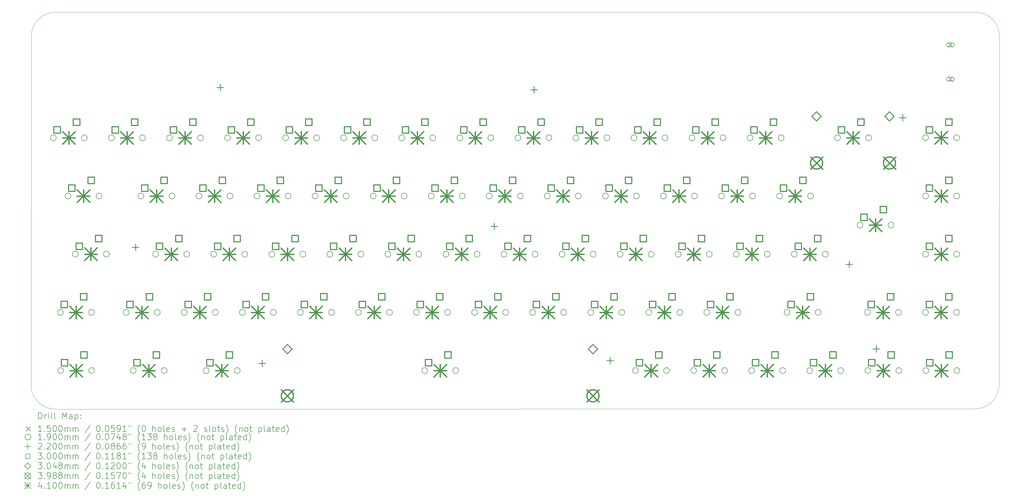
<source format=gbr>
%FSLAX45Y45*%
G04 Gerber Fmt 4.5, Leading zero omitted, Abs format (unit mm)*
G04 Created by KiCad (PCBNEW (6.0.1)) date 2022-01-16 22:02:03*
%MOMM*%
%LPD*%
G01*
G04 APERTURE LIST*
%TA.AperFunction,Profile*%
%ADD10C,0.100000*%
%TD*%
%ADD11C,0.200000*%
%ADD12C,0.150000*%
%ADD13C,0.190000*%
%ADD14C,0.220000*%
%ADD15C,0.300000*%
%ADD16C,0.304800*%
%ADD17C,0.398780*%
%ADD18C,0.410000*%
G04 APERTURE END LIST*
D10*
X2426817Y-1550248D02*
G75*
G03*
X1633067Y-2343998I0J-793750D01*
G01*
X2416348Y-14543329D02*
X32515348Y-14533800D01*
X33319567Y-2341175D02*
G75*
G03*
X32528283Y-1547425I-791284J2462D01*
G01*
X1622598Y-13785204D02*
G75*
G03*
X2416348Y-14543329I793750J36462D01*
G01*
X33309098Y-13740050D02*
X33319567Y-2341175D01*
X32515348Y-14533800D02*
G75*
G03*
X33309098Y-13740050I0J793750D01*
G01*
X1633067Y-2343998D02*
X1622598Y-13785204D01*
X2426817Y-1550248D02*
X32528283Y-1547425D01*
D11*
D12*
X31637385Y-2543125D02*
X31787385Y-2693125D01*
X31787385Y-2543125D02*
X31637385Y-2693125D01*
D11*
X31647385Y-2683125D02*
X31777385Y-2683125D01*
X31647385Y-2553125D02*
X31777385Y-2553125D01*
X31777385Y-2683125D02*
G75*
G03*
X31777385Y-2553125I0J65000D01*
G01*
X31647385Y-2553125D02*
G75*
G03*
X31647385Y-2683125I0J-65000D01*
G01*
D12*
X31637385Y-3663125D02*
X31787385Y-3813125D01*
X31787385Y-3663125D02*
X31637385Y-3813125D01*
D11*
X31647385Y-3803125D02*
X31777385Y-3803125D01*
X31647385Y-3673125D02*
X31777385Y-3673125D01*
X31777385Y-3803125D02*
G75*
G03*
X31777385Y-3673125I0J65000D01*
G01*
X31647385Y-3673125D02*
G75*
G03*
X31647385Y-3803125I0J-65000D01*
G01*
D13*
X2448875Y-5661875D02*
G75*
G03*
X2448875Y-5661875I-95000J0D01*
G01*
X2682625Y-11375975D02*
G75*
G03*
X2682625Y-11375975I-95000J0D01*
G01*
X2687375Y-13280875D02*
G75*
G03*
X2687375Y-13280875I-95000J0D01*
G01*
X2928675Y-7565875D02*
G75*
G03*
X2928675Y-7565875I-95000J0D01*
G01*
X3169155Y-9468435D02*
G75*
G03*
X3169155Y-9468435I-95000J0D01*
G01*
X3464875Y-5661875D02*
G75*
G03*
X3464875Y-5661875I-95000J0D01*
G01*
X3698625Y-11375975D02*
G75*
G03*
X3698625Y-11375975I-95000J0D01*
G01*
X3703375Y-13280875D02*
G75*
G03*
X3703375Y-13280875I-95000J0D01*
G01*
X3944675Y-7565875D02*
G75*
G03*
X3944675Y-7565875I-95000J0D01*
G01*
X4185155Y-9468435D02*
G75*
G03*
X4185155Y-9468435I-95000J0D01*
G01*
X4351075Y-5660875D02*
G75*
G03*
X4351075Y-5660875I-95000J0D01*
G01*
X4835275Y-11375975D02*
G75*
G03*
X4835275Y-11375975I-95000J0D01*
G01*
X5063875Y-13280875D02*
G75*
G03*
X5063875Y-13280875I-95000J0D01*
G01*
X5316275Y-7565875D02*
G75*
G03*
X5316275Y-7565875I-95000J0D01*
G01*
X5367075Y-5660875D02*
G75*
G03*
X5367075Y-5660875I-95000J0D01*
G01*
X5798875Y-9470875D02*
G75*
G03*
X5798875Y-9470875I-95000J0D01*
G01*
X5851275Y-11375975D02*
G75*
G03*
X5851275Y-11375975I-95000J0D01*
G01*
X6079875Y-13280875D02*
G75*
G03*
X6079875Y-13280875I-95000J0D01*
G01*
X6251075Y-5660875D02*
G75*
G03*
X6251075Y-5660875I-95000J0D01*
G01*
X6332275Y-7565875D02*
G75*
G03*
X6332275Y-7565875I-95000J0D01*
G01*
X6735275Y-11375975D02*
G75*
G03*
X6735275Y-11375975I-95000J0D01*
G01*
X6814875Y-9470875D02*
G75*
G03*
X6814875Y-9470875I-95000J0D01*
G01*
X7216275Y-7565875D02*
G75*
G03*
X7216275Y-7565875I-95000J0D01*
G01*
X7267075Y-5660875D02*
G75*
G03*
X7267075Y-5660875I-95000J0D01*
G01*
X7451475Y-13280875D02*
G75*
G03*
X7451475Y-13280875I-95000J0D01*
G01*
X7698875Y-9470875D02*
G75*
G03*
X7698875Y-9470875I-95000J0D01*
G01*
X7751275Y-11375975D02*
G75*
G03*
X7751275Y-11375975I-95000J0D01*
G01*
X8151075Y-5660875D02*
G75*
G03*
X8151075Y-5660875I-95000J0D01*
G01*
X8232275Y-7565875D02*
G75*
G03*
X8232275Y-7565875I-95000J0D01*
G01*
X8467475Y-13280875D02*
G75*
G03*
X8467475Y-13280875I-95000J0D01*
G01*
X8635275Y-11375975D02*
G75*
G03*
X8635275Y-11375975I-95000J0D01*
G01*
X8714875Y-9470875D02*
G75*
G03*
X8714875Y-9470875I-95000J0D01*
G01*
X9116275Y-7565875D02*
G75*
G03*
X9116275Y-7565875I-95000J0D01*
G01*
X9167075Y-5660875D02*
G75*
G03*
X9167075Y-5660875I-95000J0D01*
G01*
X9598875Y-9470875D02*
G75*
G03*
X9598875Y-9470875I-95000J0D01*
G01*
X9651275Y-11375975D02*
G75*
G03*
X9651275Y-11375975I-95000J0D01*
G01*
X10051075Y-5660875D02*
G75*
G03*
X10051075Y-5660875I-95000J0D01*
G01*
X10132275Y-7565875D02*
G75*
G03*
X10132275Y-7565875I-95000J0D01*
G01*
X10535275Y-11375975D02*
G75*
G03*
X10535275Y-11375975I-95000J0D01*
G01*
X10614875Y-9470875D02*
G75*
G03*
X10614875Y-9470875I-95000J0D01*
G01*
X11016275Y-7565875D02*
G75*
G03*
X11016275Y-7565875I-95000J0D01*
G01*
X11067075Y-5660875D02*
G75*
G03*
X11067075Y-5660875I-95000J0D01*
G01*
X11498875Y-9470875D02*
G75*
G03*
X11498875Y-9470875I-95000J0D01*
G01*
X11551275Y-11375975D02*
G75*
G03*
X11551275Y-11375975I-95000J0D01*
G01*
X11951075Y-5660875D02*
G75*
G03*
X11951075Y-5660875I-95000J0D01*
G01*
X12032275Y-7565875D02*
G75*
G03*
X12032275Y-7565875I-95000J0D01*
G01*
X12435275Y-11375975D02*
G75*
G03*
X12435275Y-11375975I-95000J0D01*
G01*
X12514875Y-9470875D02*
G75*
G03*
X12514875Y-9470875I-95000J0D01*
G01*
X12916275Y-7565875D02*
G75*
G03*
X12916275Y-7565875I-95000J0D01*
G01*
X12967075Y-5660875D02*
G75*
G03*
X12967075Y-5660875I-95000J0D01*
G01*
X13398875Y-9470875D02*
G75*
G03*
X13398875Y-9470875I-95000J0D01*
G01*
X13451275Y-11375975D02*
G75*
G03*
X13451275Y-11375975I-95000J0D01*
G01*
X13851075Y-5660875D02*
G75*
G03*
X13851075Y-5660875I-95000J0D01*
G01*
X13932275Y-7565875D02*
G75*
G03*
X13932275Y-7565875I-95000J0D01*
G01*
X14335275Y-11375975D02*
G75*
G03*
X14335275Y-11375975I-95000J0D01*
G01*
X14414875Y-9470875D02*
G75*
G03*
X14414875Y-9470875I-95000J0D01*
G01*
X14601575Y-13280975D02*
G75*
G03*
X14601575Y-13280975I-95000J0D01*
G01*
X14816275Y-7565875D02*
G75*
G03*
X14816275Y-7565875I-95000J0D01*
G01*
X14867075Y-5660875D02*
G75*
G03*
X14867075Y-5660875I-95000J0D01*
G01*
X15298875Y-9470875D02*
G75*
G03*
X15298875Y-9470875I-95000J0D01*
G01*
X15351275Y-11375975D02*
G75*
G03*
X15351275Y-11375975I-95000J0D01*
G01*
X15617575Y-13280975D02*
G75*
G03*
X15617575Y-13280975I-95000J0D01*
G01*
X15751075Y-5660875D02*
G75*
G03*
X15751075Y-5660875I-95000J0D01*
G01*
X15832275Y-7565875D02*
G75*
G03*
X15832275Y-7565875I-95000J0D01*
G01*
X16235275Y-11375975D02*
G75*
G03*
X16235275Y-11375975I-95000J0D01*
G01*
X16314875Y-9470875D02*
G75*
G03*
X16314875Y-9470875I-95000J0D01*
G01*
X16716275Y-7565875D02*
G75*
G03*
X16716275Y-7565875I-95000J0D01*
G01*
X16767075Y-5660875D02*
G75*
G03*
X16767075Y-5660875I-95000J0D01*
G01*
X17198875Y-9470875D02*
G75*
G03*
X17198875Y-9470875I-95000J0D01*
G01*
X17251275Y-11375975D02*
G75*
G03*
X17251275Y-11375975I-95000J0D01*
G01*
X17651075Y-5660875D02*
G75*
G03*
X17651075Y-5660875I-95000J0D01*
G01*
X17732275Y-7565875D02*
G75*
G03*
X17732275Y-7565875I-95000J0D01*
G01*
X18135275Y-11375975D02*
G75*
G03*
X18135275Y-11375975I-95000J0D01*
G01*
X18214875Y-9470875D02*
G75*
G03*
X18214875Y-9470875I-95000J0D01*
G01*
X18616275Y-7565875D02*
G75*
G03*
X18616275Y-7565875I-95000J0D01*
G01*
X18667075Y-5660875D02*
G75*
G03*
X18667075Y-5660875I-95000J0D01*
G01*
X19098875Y-9470875D02*
G75*
G03*
X19098875Y-9470875I-95000J0D01*
G01*
X19151275Y-11375975D02*
G75*
G03*
X19151275Y-11375975I-95000J0D01*
G01*
X19551075Y-5660875D02*
G75*
G03*
X19551075Y-5660875I-95000J0D01*
G01*
X19632275Y-7565875D02*
G75*
G03*
X19632275Y-7565875I-95000J0D01*
G01*
X20035275Y-11375975D02*
G75*
G03*
X20035275Y-11375975I-95000J0D01*
G01*
X20114875Y-9470875D02*
G75*
G03*
X20114875Y-9470875I-95000J0D01*
G01*
X20516275Y-7565875D02*
G75*
G03*
X20516275Y-7565875I-95000J0D01*
G01*
X20567075Y-5660875D02*
G75*
G03*
X20567075Y-5660875I-95000J0D01*
G01*
X20998875Y-9470875D02*
G75*
G03*
X20998875Y-9470875I-95000J0D01*
G01*
X21051275Y-11375975D02*
G75*
G03*
X21051275Y-11375975I-95000J0D01*
G01*
X21451075Y-5660875D02*
G75*
G03*
X21451075Y-5660875I-95000J0D01*
G01*
X21502375Y-13280875D02*
G75*
G03*
X21502375Y-13280875I-95000J0D01*
G01*
X21532275Y-7565875D02*
G75*
G03*
X21532275Y-7565875I-95000J0D01*
G01*
X21935275Y-11375975D02*
G75*
G03*
X21935275Y-11375975I-95000J0D01*
G01*
X22014875Y-9470875D02*
G75*
G03*
X22014875Y-9470875I-95000J0D01*
G01*
X22416275Y-7565875D02*
G75*
G03*
X22416275Y-7565875I-95000J0D01*
G01*
X22467075Y-5660875D02*
G75*
G03*
X22467075Y-5660875I-95000J0D01*
G01*
X22518375Y-13280875D02*
G75*
G03*
X22518375Y-13280875I-95000J0D01*
G01*
X22898875Y-9470875D02*
G75*
G03*
X22898875Y-9470875I-95000J0D01*
G01*
X22951275Y-11375975D02*
G75*
G03*
X22951275Y-11375975I-95000J0D01*
G01*
X23351075Y-5660875D02*
G75*
G03*
X23351075Y-5660875I-95000J0D01*
G01*
X23402375Y-13280875D02*
G75*
G03*
X23402375Y-13280875I-95000J0D01*
G01*
X23432275Y-7565875D02*
G75*
G03*
X23432275Y-7565875I-95000J0D01*
G01*
X23835275Y-11375975D02*
G75*
G03*
X23835275Y-11375975I-95000J0D01*
G01*
X23914875Y-9470875D02*
G75*
G03*
X23914875Y-9470875I-95000J0D01*
G01*
X24316275Y-7565875D02*
G75*
G03*
X24316275Y-7565875I-95000J0D01*
G01*
X24367075Y-5660875D02*
G75*
G03*
X24367075Y-5660875I-95000J0D01*
G01*
X24418375Y-13280875D02*
G75*
G03*
X24418375Y-13280875I-95000J0D01*
G01*
X24798875Y-9470875D02*
G75*
G03*
X24798875Y-9470875I-95000J0D01*
G01*
X24851275Y-11375975D02*
G75*
G03*
X24851275Y-11375975I-95000J0D01*
G01*
X25251075Y-5660875D02*
G75*
G03*
X25251075Y-5660875I-95000J0D01*
G01*
X25302375Y-13280875D02*
G75*
G03*
X25302375Y-13280875I-95000J0D01*
G01*
X25332275Y-7565875D02*
G75*
G03*
X25332275Y-7565875I-95000J0D01*
G01*
X25814875Y-9470875D02*
G75*
G03*
X25814875Y-9470875I-95000J0D01*
G01*
X26216275Y-7565875D02*
G75*
G03*
X26216275Y-7565875I-95000J0D01*
G01*
X26267075Y-5660875D02*
G75*
G03*
X26267075Y-5660875I-95000J0D01*
G01*
X26318375Y-13280875D02*
G75*
G03*
X26318375Y-13280875I-95000J0D01*
G01*
X26463375Y-11375975D02*
G75*
G03*
X26463375Y-11375975I-95000J0D01*
G01*
X26698875Y-9470875D02*
G75*
G03*
X26698875Y-9470875I-95000J0D01*
G01*
X27202375Y-13280875D02*
G75*
G03*
X27202375Y-13280875I-95000J0D01*
G01*
X27232275Y-7565875D02*
G75*
G03*
X27232275Y-7565875I-95000J0D01*
G01*
X27479375Y-11375975D02*
G75*
G03*
X27479375Y-11375975I-95000J0D01*
G01*
X27714875Y-9470875D02*
G75*
G03*
X27714875Y-9470875I-95000J0D01*
G01*
X28112775Y-5660875D02*
G75*
G03*
X28112775Y-5660875I-95000J0D01*
G01*
X28218375Y-13280875D02*
G75*
G03*
X28218375Y-13280875I-95000J0D01*
G01*
X28849375Y-8518375D02*
G75*
G03*
X28849375Y-8518375I-95000J0D01*
G01*
X29092275Y-11375975D02*
G75*
G03*
X29092275Y-11375975I-95000J0D01*
G01*
X29102375Y-13280875D02*
G75*
G03*
X29102375Y-13280875I-95000J0D01*
G01*
X29128775Y-5660875D02*
G75*
G03*
X29128775Y-5660875I-95000J0D01*
G01*
X29865375Y-8518375D02*
G75*
G03*
X29865375Y-8518375I-95000J0D01*
G01*
X30108275Y-11375975D02*
G75*
G03*
X30108275Y-11375975I-95000J0D01*
G01*
X30118375Y-13280875D02*
G75*
G03*
X30118375Y-13280875I-95000J0D01*
G01*
X30992275Y-11375975D02*
G75*
G03*
X30992275Y-11375975I-95000J0D01*
G01*
X30995675Y-5656275D02*
G75*
G03*
X30995675Y-5656275I-95000J0D01*
G01*
X30995675Y-7565875D02*
G75*
G03*
X30995675Y-7565875I-95000J0D01*
G01*
X30995675Y-9470875D02*
G75*
G03*
X30995675Y-9470875I-95000J0D01*
G01*
X31002375Y-13280875D02*
G75*
G03*
X31002375Y-13280875I-95000J0D01*
G01*
X32008275Y-11375975D02*
G75*
G03*
X32008275Y-11375975I-95000J0D01*
G01*
X32011675Y-5656275D02*
G75*
G03*
X32011675Y-5656275I-95000J0D01*
G01*
X32011675Y-7565875D02*
G75*
G03*
X32011675Y-7565875I-95000J0D01*
G01*
X32011675Y-9470875D02*
G75*
G03*
X32011675Y-9470875I-95000J0D01*
G01*
X32018375Y-13280875D02*
G75*
G03*
X32018375Y-13280875I-95000J0D01*
G01*
D14*
X5044250Y-9133625D02*
X5044250Y-9353625D01*
X4934250Y-9243625D02*
X5154250Y-9243625D01*
X7812850Y-3901225D02*
X7812850Y-4121225D01*
X7702850Y-4011225D02*
X7922850Y-4011225D01*
X9184450Y-12930925D02*
X9184450Y-13150925D01*
X9074450Y-13040925D02*
X9294450Y-13040925D01*
X16779050Y-8447825D02*
X16779050Y-8667825D01*
X16669050Y-8557825D02*
X16889050Y-8557825D01*
X18083944Y-3976577D02*
X18083944Y-4196577D01*
X17973944Y-4086577D02*
X18193944Y-4086577D01*
X20576350Y-12842025D02*
X20576350Y-13062025D01*
X20466350Y-12952025D02*
X20686350Y-12952025D01*
X28399550Y-9692425D02*
X28399550Y-9912425D01*
X28289550Y-9802425D02*
X28509550Y-9802425D01*
X29288550Y-12461025D02*
X29288550Y-12681025D01*
X29178550Y-12571025D02*
X29398550Y-12571025D01*
X30152150Y-4891825D02*
X30152150Y-5111825D01*
X30042150Y-5001825D02*
X30262150Y-5001825D01*
D15*
X2586942Y-5513942D02*
X2586942Y-5301808D01*
X2374808Y-5301808D01*
X2374808Y-5513942D01*
X2586942Y-5513942D01*
X2820692Y-11228042D02*
X2820692Y-11015908D01*
X2608558Y-11015908D01*
X2608558Y-11228042D01*
X2820692Y-11228042D01*
X2825442Y-13132942D02*
X2825442Y-12920808D01*
X2613308Y-12920808D01*
X2613308Y-13132942D01*
X2825442Y-13132942D01*
X3066742Y-7417942D02*
X3066742Y-7205808D01*
X2854608Y-7205808D01*
X2854608Y-7417942D01*
X3066742Y-7417942D01*
X3221942Y-5259942D02*
X3221942Y-5047808D01*
X3009808Y-5047808D01*
X3009808Y-5259942D01*
X3221942Y-5259942D01*
X3307222Y-9320502D02*
X3307222Y-9108368D01*
X3095088Y-9108368D01*
X3095088Y-9320502D01*
X3307222Y-9320502D01*
X3455692Y-10974042D02*
X3455692Y-10761908D01*
X3243558Y-10761908D01*
X3243558Y-10974042D01*
X3455692Y-10974042D01*
X3460442Y-12878942D02*
X3460442Y-12666808D01*
X3248308Y-12666808D01*
X3248308Y-12878942D01*
X3460442Y-12878942D01*
X3701742Y-7163942D02*
X3701742Y-6951808D01*
X3489608Y-6951808D01*
X3489608Y-7163942D01*
X3701742Y-7163942D01*
X3942222Y-9066502D02*
X3942222Y-8854368D01*
X3730088Y-8854368D01*
X3730088Y-9066502D01*
X3942222Y-9066502D01*
X4489142Y-5512942D02*
X4489142Y-5300808D01*
X4277008Y-5300808D01*
X4277008Y-5512942D01*
X4489142Y-5512942D01*
X4973342Y-11228042D02*
X4973342Y-11015908D01*
X4761208Y-11015908D01*
X4761208Y-11228042D01*
X4973342Y-11228042D01*
X5124142Y-5258942D02*
X5124142Y-5046808D01*
X4912008Y-5046808D01*
X4912008Y-5258942D01*
X5124142Y-5258942D01*
X5201942Y-13132942D02*
X5201942Y-12920808D01*
X4989808Y-12920808D01*
X4989808Y-13132942D01*
X5201942Y-13132942D01*
X5454342Y-7417942D02*
X5454342Y-7205808D01*
X5242208Y-7205808D01*
X5242208Y-7417942D01*
X5454342Y-7417942D01*
X5608342Y-10974042D02*
X5608342Y-10761908D01*
X5396208Y-10761908D01*
X5396208Y-10974042D01*
X5608342Y-10974042D01*
X5836942Y-12878942D02*
X5836942Y-12666808D01*
X5624808Y-12666808D01*
X5624808Y-12878942D01*
X5836942Y-12878942D01*
X5936942Y-9322942D02*
X5936942Y-9110808D01*
X5724808Y-9110808D01*
X5724808Y-9322942D01*
X5936942Y-9322942D01*
X6089342Y-7163942D02*
X6089342Y-6951808D01*
X5877208Y-6951808D01*
X5877208Y-7163942D01*
X6089342Y-7163942D01*
X6389142Y-5512942D02*
X6389142Y-5300808D01*
X6177008Y-5300808D01*
X6177008Y-5512942D01*
X6389142Y-5512942D01*
X6571942Y-9068942D02*
X6571942Y-8856808D01*
X6359808Y-8856808D01*
X6359808Y-9068942D01*
X6571942Y-9068942D01*
X6873342Y-11228042D02*
X6873342Y-11015908D01*
X6661208Y-11015908D01*
X6661208Y-11228042D01*
X6873342Y-11228042D01*
X7024142Y-5258942D02*
X7024142Y-5046808D01*
X6812008Y-5046808D01*
X6812008Y-5258942D01*
X7024142Y-5258942D01*
X7354342Y-7417942D02*
X7354342Y-7205808D01*
X7142208Y-7205808D01*
X7142208Y-7417942D01*
X7354342Y-7417942D01*
X7508342Y-10974042D02*
X7508342Y-10761908D01*
X7296208Y-10761908D01*
X7296208Y-10974042D01*
X7508342Y-10974042D01*
X7589542Y-13132942D02*
X7589542Y-12920808D01*
X7377408Y-12920808D01*
X7377408Y-13132942D01*
X7589542Y-13132942D01*
X7836942Y-9322942D02*
X7836942Y-9110808D01*
X7624808Y-9110808D01*
X7624808Y-9322942D01*
X7836942Y-9322942D01*
X7989342Y-7163942D02*
X7989342Y-6951808D01*
X7777208Y-6951808D01*
X7777208Y-7163942D01*
X7989342Y-7163942D01*
X8224542Y-12878942D02*
X8224542Y-12666808D01*
X8012408Y-12666808D01*
X8012408Y-12878942D01*
X8224542Y-12878942D01*
X8289142Y-5512942D02*
X8289142Y-5300808D01*
X8077008Y-5300808D01*
X8077008Y-5512942D01*
X8289142Y-5512942D01*
X8471942Y-9068942D02*
X8471942Y-8856808D01*
X8259808Y-8856808D01*
X8259808Y-9068942D01*
X8471942Y-9068942D01*
X8773342Y-11228042D02*
X8773342Y-11015908D01*
X8561208Y-11015908D01*
X8561208Y-11228042D01*
X8773342Y-11228042D01*
X8924142Y-5258942D02*
X8924142Y-5046808D01*
X8712008Y-5046808D01*
X8712008Y-5258942D01*
X8924142Y-5258942D01*
X9254342Y-7417942D02*
X9254342Y-7205808D01*
X9042208Y-7205808D01*
X9042208Y-7417942D01*
X9254342Y-7417942D01*
X9408342Y-10974042D02*
X9408342Y-10761908D01*
X9196208Y-10761908D01*
X9196208Y-10974042D01*
X9408342Y-10974042D01*
X9736942Y-9322942D02*
X9736942Y-9110808D01*
X9524808Y-9110808D01*
X9524808Y-9322942D01*
X9736942Y-9322942D01*
X9889342Y-7163942D02*
X9889342Y-6951808D01*
X9677208Y-6951808D01*
X9677208Y-7163942D01*
X9889342Y-7163942D01*
X10189142Y-5512942D02*
X10189142Y-5300808D01*
X9977008Y-5300808D01*
X9977008Y-5512942D01*
X10189142Y-5512942D01*
X10371942Y-9068942D02*
X10371942Y-8856808D01*
X10159808Y-8856808D01*
X10159808Y-9068942D01*
X10371942Y-9068942D01*
X10673342Y-11228042D02*
X10673342Y-11015908D01*
X10461208Y-11015908D01*
X10461208Y-11228042D01*
X10673342Y-11228042D01*
X10824142Y-5258942D02*
X10824142Y-5046808D01*
X10612008Y-5046808D01*
X10612008Y-5258942D01*
X10824142Y-5258942D01*
X11154342Y-7417942D02*
X11154342Y-7205808D01*
X10942208Y-7205808D01*
X10942208Y-7417942D01*
X11154342Y-7417942D01*
X11308342Y-10974042D02*
X11308342Y-10761908D01*
X11096208Y-10761908D01*
X11096208Y-10974042D01*
X11308342Y-10974042D01*
X11636942Y-9322942D02*
X11636942Y-9110808D01*
X11424808Y-9110808D01*
X11424808Y-9322942D01*
X11636942Y-9322942D01*
X11789342Y-7163942D02*
X11789342Y-6951808D01*
X11577208Y-6951808D01*
X11577208Y-7163942D01*
X11789342Y-7163942D01*
X12089142Y-5512942D02*
X12089142Y-5300808D01*
X11877008Y-5300808D01*
X11877008Y-5512942D01*
X12089142Y-5512942D01*
X12271942Y-9068942D02*
X12271942Y-8856808D01*
X12059808Y-8856808D01*
X12059808Y-9068942D01*
X12271942Y-9068942D01*
X12573342Y-11228042D02*
X12573342Y-11015908D01*
X12361208Y-11015908D01*
X12361208Y-11228042D01*
X12573342Y-11228042D01*
X12724142Y-5258942D02*
X12724142Y-5046808D01*
X12512008Y-5046808D01*
X12512008Y-5258942D01*
X12724142Y-5258942D01*
X13054342Y-7417942D02*
X13054342Y-7205808D01*
X12842208Y-7205808D01*
X12842208Y-7417942D01*
X13054342Y-7417942D01*
X13208342Y-10974042D02*
X13208342Y-10761908D01*
X12996208Y-10761908D01*
X12996208Y-10974042D01*
X13208342Y-10974042D01*
X13536942Y-9322942D02*
X13536942Y-9110808D01*
X13324808Y-9110808D01*
X13324808Y-9322942D01*
X13536942Y-9322942D01*
X13689342Y-7163942D02*
X13689342Y-6951808D01*
X13477208Y-6951808D01*
X13477208Y-7163942D01*
X13689342Y-7163942D01*
X13989142Y-5512942D02*
X13989142Y-5300808D01*
X13777008Y-5300808D01*
X13777008Y-5512942D01*
X13989142Y-5512942D01*
X14171942Y-9068942D02*
X14171942Y-8856808D01*
X13959808Y-8856808D01*
X13959808Y-9068942D01*
X14171942Y-9068942D01*
X14473342Y-11228042D02*
X14473342Y-11015908D01*
X14261208Y-11015908D01*
X14261208Y-11228042D01*
X14473342Y-11228042D01*
X14624142Y-5258942D02*
X14624142Y-5046808D01*
X14412008Y-5046808D01*
X14412008Y-5258942D01*
X14624142Y-5258942D01*
X14739642Y-13133042D02*
X14739642Y-12920908D01*
X14527508Y-12920908D01*
X14527508Y-13133042D01*
X14739642Y-13133042D01*
X14954342Y-7417942D02*
X14954342Y-7205808D01*
X14742208Y-7205808D01*
X14742208Y-7417942D01*
X14954342Y-7417942D01*
X15108342Y-10974042D02*
X15108342Y-10761908D01*
X14896208Y-10761908D01*
X14896208Y-10974042D01*
X15108342Y-10974042D01*
X15374642Y-12879042D02*
X15374642Y-12666908D01*
X15162508Y-12666908D01*
X15162508Y-12879042D01*
X15374642Y-12879042D01*
X15436942Y-9322942D02*
X15436942Y-9110808D01*
X15224808Y-9110808D01*
X15224808Y-9322942D01*
X15436942Y-9322942D01*
X15589342Y-7163942D02*
X15589342Y-6951808D01*
X15377208Y-6951808D01*
X15377208Y-7163942D01*
X15589342Y-7163942D01*
X15889142Y-5512942D02*
X15889142Y-5300808D01*
X15677008Y-5300808D01*
X15677008Y-5512942D01*
X15889142Y-5512942D01*
X16071942Y-9068942D02*
X16071942Y-8856808D01*
X15859808Y-8856808D01*
X15859808Y-9068942D01*
X16071942Y-9068942D01*
X16373342Y-11228042D02*
X16373342Y-11015908D01*
X16161208Y-11015908D01*
X16161208Y-11228042D01*
X16373342Y-11228042D01*
X16524142Y-5258942D02*
X16524142Y-5046808D01*
X16312008Y-5046808D01*
X16312008Y-5258942D01*
X16524142Y-5258942D01*
X16854342Y-7417942D02*
X16854342Y-7205808D01*
X16642208Y-7205808D01*
X16642208Y-7417942D01*
X16854342Y-7417942D01*
X17008342Y-10974042D02*
X17008342Y-10761908D01*
X16796208Y-10761908D01*
X16796208Y-10974042D01*
X17008342Y-10974042D01*
X17336942Y-9322942D02*
X17336942Y-9110808D01*
X17124808Y-9110808D01*
X17124808Y-9322942D01*
X17336942Y-9322942D01*
X17489342Y-7163942D02*
X17489342Y-6951808D01*
X17277208Y-6951808D01*
X17277208Y-7163942D01*
X17489342Y-7163942D01*
X17789142Y-5512942D02*
X17789142Y-5300808D01*
X17577008Y-5300808D01*
X17577008Y-5512942D01*
X17789142Y-5512942D01*
X17971942Y-9068942D02*
X17971942Y-8856808D01*
X17759808Y-8856808D01*
X17759808Y-9068942D01*
X17971942Y-9068942D01*
X18273342Y-11228042D02*
X18273342Y-11015908D01*
X18061208Y-11015908D01*
X18061208Y-11228042D01*
X18273342Y-11228042D01*
X18424142Y-5258942D02*
X18424142Y-5046808D01*
X18212008Y-5046808D01*
X18212008Y-5258942D01*
X18424142Y-5258942D01*
X18754342Y-7417942D02*
X18754342Y-7205808D01*
X18542208Y-7205808D01*
X18542208Y-7417942D01*
X18754342Y-7417942D01*
X18908342Y-10974042D02*
X18908342Y-10761908D01*
X18696208Y-10761908D01*
X18696208Y-10974042D01*
X18908342Y-10974042D01*
X19236942Y-9322942D02*
X19236942Y-9110808D01*
X19024808Y-9110808D01*
X19024808Y-9322942D01*
X19236942Y-9322942D01*
X19389342Y-7163942D02*
X19389342Y-6951808D01*
X19177208Y-6951808D01*
X19177208Y-7163942D01*
X19389342Y-7163942D01*
X19689142Y-5512942D02*
X19689142Y-5300808D01*
X19477008Y-5300808D01*
X19477008Y-5512942D01*
X19689142Y-5512942D01*
X19871942Y-9068942D02*
X19871942Y-8856808D01*
X19659808Y-8856808D01*
X19659808Y-9068942D01*
X19871942Y-9068942D01*
X20173342Y-11228042D02*
X20173342Y-11015908D01*
X19961208Y-11015908D01*
X19961208Y-11228042D01*
X20173342Y-11228042D01*
X20324142Y-5258942D02*
X20324142Y-5046808D01*
X20112008Y-5046808D01*
X20112008Y-5258942D01*
X20324142Y-5258942D01*
X20654342Y-7417942D02*
X20654342Y-7205808D01*
X20442208Y-7205808D01*
X20442208Y-7417942D01*
X20654342Y-7417942D01*
X20808342Y-10974042D02*
X20808342Y-10761908D01*
X20596208Y-10761908D01*
X20596208Y-10974042D01*
X20808342Y-10974042D01*
X21136942Y-9322942D02*
X21136942Y-9110808D01*
X20924808Y-9110808D01*
X20924808Y-9322942D01*
X21136942Y-9322942D01*
X21289342Y-7163942D02*
X21289342Y-6951808D01*
X21077208Y-6951808D01*
X21077208Y-7163942D01*
X21289342Y-7163942D01*
X21589142Y-5512942D02*
X21589142Y-5300808D01*
X21377008Y-5300808D01*
X21377008Y-5512942D01*
X21589142Y-5512942D01*
X21640442Y-13132942D02*
X21640442Y-12920808D01*
X21428308Y-12920808D01*
X21428308Y-13132942D01*
X21640442Y-13132942D01*
X21771942Y-9068942D02*
X21771942Y-8856808D01*
X21559808Y-8856808D01*
X21559808Y-9068942D01*
X21771942Y-9068942D01*
X22073342Y-11228042D02*
X22073342Y-11015908D01*
X21861208Y-11015908D01*
X21861208Y-11228042D01*
X22073342Y-11228042D01*
X22224142Y-5258942D02*
X22224142Y-5046808D01*
X22012008Y-5046808D01*
X22012008Y-5258942D01*
X22224142Y-5258942D01*
X22275442Y-12878942D02*
X22275442Y-12666808D01*
X22063308Y-12666808D01*
X22063308Y-12878942D01*
X22275442Y-12878942D01*
X22554342Y-7417942D02*
X22554342Y-7205808D01*
X22342208Y-7205808D01*
X22342208Y-7417942D01*
X22554342Y-7417942D01*
X22708342Y-10974042D02*
X22708342Y-10761908D01*
X22496208Y-10761908D01*
X22496208Y-10974042D01*
X22708342Y-10974042D01*
X23036942Y-9322942D02*
X23036942Y-9110808D01*
X22824808Y-9110808D01*
X22824808Y-9322942D01*
X23036942Y-9322942D01*
X23189342Y-7163942D02*
X23189342Y-6951808D01*
X22977208Y-6951808D01*
X22977208Y-7163942D01*
X23189342Y-7163942D01*
X23489142Y-5512942D02*
X23489142Y-5300808D01*
X23277008Y-5300808D01*
X23277008Y-5512942D01*
X23489142Y-5512942D01*
X23540442Y-13132942D02*
X23540442Y-12920808D01*
X23328308Y-12920808D01*
X23328308Y-13132942D01*
X23540442Y-13132942D01*
X23671942Y-9068942D02*
X23671942Y-8856808D01*
X23459808Y-8856808D01*
X23459808Y-9068942D01*
X23671942Y-9068942D01*
X23973342Y-11228042D02*
X23973342Y-11015908D01*
X23761208Y-11015908D01*
X23761208Y-11228042D01*
X23973342Y-11228042D01*
X24124142Y-5258942D02*
X24124142Y-5046808D01*
X23912008Y-5046808D01*
X23912008Y-5258942D01*
X24124142Y-5258942D01*
X24175442Y-12878942D02*
X24175442Y-12666808D01*
X23963308Y-12666808D01*
X23963308Y-12878942D01*
X24175442Y-12878942D01*
X24454342Y-7417942D02*
X24454342Y-7205808D01*
X24242208Y-7205808D01*
X24242208Y-7417942D01*
X24454342Y-7417942D01*
X24608342Y-10974042D02*
X24608342Y-10761908D01*
X24396208Y-10761908D01*
X24396208Y-10974042D01*
X24608342Y-10974042D01*
X24936942Y-9322942D02*
X24936942Y-9110808D01*
X24724808Y-9110808D01*
X24724808Y-9322942D01*
X24936942Y-9322942D01*
X25089342Y-7163942D02*
X25089342Y-6951808D01*
X24877208Y-6951808D01*
X24877208Y-7163942D01*
X25089342Y-7163942D01*
X25389142Y-5512942D02*
X25389142Y-5300808D01*
X25177008Y-5300808D01*
X25177008Y-5512942D01*
X25389142Y-5512942D01*
X25440442Y-13132942D02*
X25440442Y-12920808D01*
X25228308Y-12920808D01*
X25228308Y-13132942D01*
X25440442Y-13132942D01*
X25571942Y-9068942D02*
X25571942Y-8856808D01*
X25359808Y-8856808D01*
X25359808Y-9068942D01*
X25571942Y-9068942D01*
X26024142Y-5258942D02*
X26024142Y-5046808D01*
X25812008Y-5046808D01*
X25812008Y-5258942D01*
X26024142Y-5258942D01*
X26075442Y-12878942D02*
X26075442Y-12666808D01*
X25863308Y-12666808D01*
X25863308Y-12878942D01*
X26075442Y-12878942D01*
X26354342Y-7417942D02*
X26354342Y-7205808D01*
X26142208Y-7205808D01*
X26142208Y-7417942D01*
X26354342Y-7417942D01*
X26601442Y-11228042D02*
X26601442Y-11015908D01*
X26389308Y-11015908D01*
X26389308Y-11228042D01*
X26601442Y-11228042D01*
X26836942Y-9322942D02*
X26836942Y-9110808D01*
X26624808Y-9110808D01*
X26624808Y-9322942D01*
X26836942Y-9322942D01*
X26989342Y-7163942D02*
X26989342Y-6951808D01*
X26777208Y-6951808D01*
X26777208Y-7163942D01*
X26989342Y-7163942D01*
X27236442Y-10974042D02*
X27236442Y-10761908D01*
X27024308Y-10761908D01*
X27024308Y-10974042D01*
X27236442Y-10974042D01*
X27340442Y-13132942D02*
X27340442Y-12920808D01*
X27128308Y-12920808D01*
X27128308Y-13132942D01*
X27340442Y-13132942D01*
X27471942Y-9068942D02*
X27471942Y-8856808D01*
X27259808Y-8856808D01*
X27259808Y-9068942D01*
X27471942Y-9068942D01*
X27975442Y-12878942D02*
X27975442Y-12666808D01*
X27763308Y-12666808D01*
X27763308Y-12878942D01*
X27975442Y-12878942D01*
X28250842Y-5512942D02*
X28250842Y-5300808D01*
X28038708Y-5300808D01*
X28038708Y-5512942D01*
X28250842Y-5512942D01*
X28885842Y-5258942D02*
X28885842Y-5046808D01*
X28673708Y-5046808D01*
X28673708Y-5258942D01*
X28885842Y-5258942D01*
X28987442Y-8370442D02*
X28987442Y-8158308D01*
X28775308Y-8158308D01*
X28775308Y-8370442D01*
X28987442Y-8370442D01*
X29230342Y-11228042D02*
X29230342Y-11015908D01*
X29018208Y-11015908D01*
X29018208Y-11228042D01*
X29230342Y-11228042D01*
X29240442Y-13132942D02*
X29240442Y-12920808D01*
X29028308Y-12920808D01*
X29028308Y-13132942D01*
X29240442Y-13132942D01*
X29622442Y-8116442D02*
X29622442Y-7904308D01*
X29410308Y-7904308D01*
X29410308Y-8116442D01*
X29622442Y-8116442D01*
X29865342Y-10974042D02*
X29865342Y-10761908D01*
X29653208Y-10761908D01*
X29653208Y-10974042D01*
X29865342Y-10974042D01*
X29875442Y-12878942D02*
X29875442Y-12666808D01*
X29663308Y-12666808D01*
X29663308Y-12878942D01*
X29875442Y-12878942D01*
X31130342Y-11228042D02*
X31130342Y-11015908D01*
X30918208Y-11015908D01*
X30918208Y-11228042D01*
X31130342Y-11228042D01*
X31133742Y-5508342D02*
X31133742Y-5296208D01*
X30921608Y-5296208D01*
X30921608Y-5508342D01*
X31133742Y-5508342D01*
X31133742Y-7417942D02*
X31133742Y-7205808D01*
X30921608Y-7205808D01*
X30921608Y-7417942D01*
X31133742Y-7417942D01*
X31133742Y-9322942D02*
X31133742Y-9110808D01*
X30921608Y-9110808D01*
X30921608Y-9322942D01*
X31133742Y-9322942D01*
X31140442Y-13132942D02*
X31140442Y-12920808D01*
X30928308Y-12920808D01*
X30928308Y-13132942D01*
X31140442Y-13132942D01*
X31765342Y-10974042D02*
X31765342Y-10761908D01*
X31553208Y-10761908D01*
X31553208Y-10974042D01*
X31765342Y-10974042D01*
X31768742Y-5254342D02*
X31768742Y-5042208D01*
X31556608Y-5042208D01*
X31556608Y-5254342D01*
X31768742Y-5254342D01*
X31768742Y-7163942D02*
X31768742Y-6951808D01*
X31556608Y-6951808D01*
X31556608Y-7163942D01*
X31768742Y-7163942D01*
X31768742Y-9068942D02*
X31768742Y-8856808D01*
X31556608Y-8856808D01*
X31556608Y-9068942D01*
X31768742Y-9068942D01*
X31775442Y-12878942D02*
X31775442Y-12666808D01*
X31563308Y-12666808D01*
X31563308Y-12878942D01*
X31775442Y-12878942D01*
D16*
X10014575Y-12734875D02*
X10166975Y-12582475D01*
X10014575Y-12430075D01*
X9862175Y-12582475D01*
X10014575Y-12734875D01*
X20014575Y-12734875D02*
X20166975Y-12582475D01*
X20014575Y-12430075D01*
X19862175Y-12582475D01*
X20014575Y-12734875D01*
X27331975Y-5114775D02*
X27484375Y-4962375D01*
X27331975Y-4809975D01*
X27179575Y-4962375D01*
X27331975Y-5114775D01*
X29719575Y-5114775D02*
X29871975Y-4962375D01*
X29719575Y-4809975D01*
X29567175Y-4962375D01*
X29719575Y-5114775D01*
D17*
X9815185Y-13907085D02*
X10213965Y-14305865D01*
X10213965Y-13907085D02*
X9815185Y-14305865D01*
X10213965Y-14106475D02*
G75*
G03*
X10213965Y-14106475I-199390J0D01*
G01*
X19815185Y-13907085D02*
X20213965Y-14305865D01*
X20213965Y-13907085D02*
X19815185Y-14305865D01*
X20213965Y-14106475D02*
G75*
G03*
X20213965Y-14106475I-199390J0D01*
G01*
X27132585Y-6286985D02*
X27531365Y-6685765D01*
X27531365Y-6286985D02*
X27132585Y-6685765D01*
X27531365Y-6486375D02*
G75*
G03*
X27531365Y-6486375I-199390J0D01*
G01*
X29520185Y-6286985D02*
X29918965Y-6685765D01*
X29918965Y-6286985D02*
X29520185Y-6685765D01*
X29918965Y-6486375D02*
G75*
G03*
X29918965Y-6486375I-199390J0D01*
G01*
D18*
X2656875Y-5456875D02*
X3066875Y-5866875D01*
X3066875Y-5456875D02*
X2656875Y-5866875D01*
X2861875Y-5456875D02*
X2861875Y-5866875D01*
X2656875Y-5661875D02*
X3066875Y-5661875D01*
X2890625Y-11170975D02*
X3300625Y-11580975D01*
X3300625Y-11170975D02*
X2890625Y-11580975D01*
X3095625Y-11170975D02*
X3095625Y-11580975D01*
X2890625Y-11375975D02*
X3300625Y-11375975D01*
X2895375Y-13075875D02*
X3305375Y-13485875D01*
X3305375Y-13075875D02*
X2895375Y-13485875D01*
X3100375Y-13075875D02*
X3100375Y-13485875D01*
X2895375Y-13280875D02*
X3305375Y-13280875D01*
X3136675Y-7360875D02*
X3546675Y-7770875D01*
X3546675Y-7360875D02*
X3136675Y-7770875D01*
X3341675Y-7360875D02*
X3341675Y-7770875D01*
X3136675Y-7565875D02*
X3546675Y-7565875D01*
X3377155Y-9263435D02*
X3787155Y-9673435D01*
X3787155Y-9263435D02*
X3377155Y-9673435D01*
X3582155Y-9263435D02*
X3582155Y-9673435D01*
X3377155Y-9468435D02*
X3787155Y-9468435D01*
X4559075Y-5455875D02*
X4969075Y-5865875D01*
X4969075Y-5455875D02*
X4559075Y-5865875D01*
X4764075Y-5455875D02*
X4764075Y-5865875D01*
X4559075Y-5660875D02*
X4969075Y-5660875D01*
X5043275Y-11170975D02*
X5453275Y-11580975D01*
X5453275Y-11170975D02*
X5043275Y-11580975D01*
X5248275Y-11170975D02*
X5248275Y-11580975D01*
X5043275Y-11375975D02*
X5453275Y-11375975D01*
X5271875Y-13075875D02*
X5681875Y-13485875D01*
X5681875Y-13075875D02*
X5271875Y-13485875D01*
X5476875Y-13075875D02*
X5476875Y-13485875D01*
X5271875Y-13280875D02*
X5681875Y-13280875D01*
X5524275Y-7360875D02*
X5934275Y-7770875D01*
X5934275Y-7360875D02*
X5524275Y-7770875D01*
X5729275Y-7360875D02*
X5729275Y-7770875D01*
X5524275Y-7565875D02*
X5934275Y-7565875D01*
X6006875Y-9265875D02*
X6416875Y-9675875D01*
X6416875Y-9265875D02*
X6006875Y-9675875D01*
X6211875Y-9265875D02*
X6211875Y-9675875D01*
X6006875Y-9470875D02*
X6416875Y-9470875D01*
X6459075Y-5455875D02*
X6869075Y-5865875D01*
X6869075Y-5455875D02*
X6459075Y-5865875D01*
X6664075Y-5455875D02*
X6664075Y-5865875D01*
X6459075Y-5660875D02*
X6869075Y-5660875D01*
X6943275Y-11170975D02*
X7353275Y-11580975D01*
X7353275Y-11170975D02*
X6943275Y-11580975D01*
X7148275Y-11170975D02*
X7148275Y-11580975D01*
X6943275Y-11375975D02*
X7353275Y-11375975D01*
X7424275Y-7360875D02*
X7834275Y-7770875D01*
X7834275Y-7360875D02*
X7424275Y-7770875D01*
X7629275Y-7360875D02*
X7629275Y-7770875D01*
X7424275Y-7565875D02*
X7834275Y-7565875D01*
X7659475Y-13075875D02*
X8069475Y-13485875D01*
X8069475Y-13075875D02*
X7659475Y-13485875D01*
X7864475Y-13075875D02*
X7864475Y-13485875D01*
X7659475Y-13280875D02*
X8069475Y-13280875D01*
X7906875Y-9265875D02*
X8316875Y-9675875D01*
X8316875Y-9265875D02*
X7906875Y-9675875D01*
X8111875Y-9265875D02*
X8111875Y-9675875D01*
X7906875Y-9470875D02*
X8316875Y-9470875D01*
X8359075Y-5455875D02*
X8769075Y-5865875D01*
X8769075Y-5455875D02*
X8359075Y-5865875D01*
X8564075Y-5455875D02*
X8564075Y-5865875D01*
X8359075Y-5660875D02*
X8769075Y-5660875D01*
X8843275Y-11170975D02*
X9253275Y-11580975D01*
X9253275Y-11170975D02*
X8843275Y-11580975D01*
X9048275Y-11170975D02*
X9048275Y-11580975D01*
X8843275Y-11375975D02*
X9253275Y-11375975D01*
X9324275Y-7360875D02*
X9734275Y-7770875D01*
X9734275Y-7360875D02*
X9324275Y-7770875D01*
X9529275Y-7360875D02*
X9529275Y-7770875D01*
X9324275Y-7565875D02*
X9734275Y-7565875D01*
X9806875Y-9265875D02*
X10216875Y-9675875D01*
X10216875Y-9265875D02*
X9806875Y-9675875D01*
X10011875Y-9265875D02*
X10011875Y-9675875D01*
X9806875Y-9470875D02*
X10216875Y-9470875D01*
X10259075Y-5455875D02*
X10669075Y-5865875D01*
X10669075Y-5455875D02*
X10259075Y-5865875D01*
X10464075Y-5455875D02*
X10464075Y-5865875D01*
X10259075Y-5660875D02*
X10669075Y-5660875D01*
X10743275Y-11170975D02*
X11153275Y-11580975D01*
X11153275Y-11170975D02*
X10743275Y-11580975D01*
X10948275Y-11170975D02*
X10948275Y-11580975D01*
X10743275Y-11375975D02*
X11153275Y-11375975D01*
X11224275Y-7360875D02*
X11634275Y-7770875D01*
X11634275Y-7360875D02*
X11224275Y-7770875D01*
X11429275Y-7360875D02*
X11429275Y-7770875D01*
X11224275Y-7565875D02*
X11634275Y-7565875D01*
X11706875Y-9265875D02*
X12116875Y-9675875D01*
X12116875Y-9265875D02*
X11706875Y-9675875D01*
X11911875Y-9265875D02*
X11911875Y-9675875D01*
X11706875Y-9470875D02*
X12116875Y-9470875D01*
X12159075Y-5455875D02*
X12569075Y-5865875D01*
X12569075Y-5455875D02*
X12159075Y-5865875D01*
X12364075Y-5455875D02*
X12364075Y-5865875D01*
X12159075Y-5660875D02*
X12569075Y-5660875D01*
X12643275Y-11170975D02*
X13053275Y-11580975D01*
X13053275Y-11170975D02*
X12643275Y-11580975D01*
X12848275Y-11170975D02*
X12848275Y-11580975D01*
X12643275Y-11375975D02*
X13053275Y-11375975D01*
X13124275Y-7360875D02*
X13534275Y-7770875D01*
X13534275Y-7360875D02*
X13124275Y-7770875D01*
X13329275Y-7360875D02*
X13329275Y-7770875D01*
X13124275Y-7565875D02*
X13534275Y-7565875D01*
X13606875Y-9265875D02*
X14016875Y-9675875D01*
X14016875Y-9265875D02*
X13606875Y-9675875D01*
X13811875Y-9265875D02*
X13811875Y-9675875D01*
X13606875Y-9470875D02*
X14016875Y-9470875D01*
X14059075Y-5455875D02*
X14469075Y-5865875D01*
X14469075Y-5455875D02*
X14059075Y-5865875D01*
X14264075Y-5455875D02*
X14264075Y-5865875D01*
X14059075Y-5660875D02*
X14469075Y-5660875D01*
X14543275Y-11170975D02*
X14953275Y-11580975D01*
X14953275Y-11170975D02*
X14543275Y-11580975D01*
X14748275Y-11170975D02*
X14748275Y-11580975D01*
X14543275Y-11375975D02*
X14953275Y-11375975D01*
X14809575Y-13075975D02*
X15219575Y-13485975D01*
X15219575Y-13075975D02*
X14809575Y-13485975D01*
X15014575Y-13075975D02*
X15014575Y-13485975D01*
X14809575Y-13280975D02*
X15219575Y-13280975D01*
X15024275Y-7360875D02*
X15434275Y-7770875D01*
X15434275Y-7360875D02*
X15024275Y-7770875D01*
X15229275Y-7360875D02*
X15229275Y-7770875D01*
X15024275Y-7565875D02*
X15434275Y-7565875D01*
X15506875Y-9265875D02*
X15916875Y-9675875D01*
X15916875Y-9265875D02*
X15506875Y-9675875D01*
X15711875Y-9265875D02*
X15711875Y-9675875D01*
X15506875Y-9470875D02*
X15916875Y-9470875D01*
X15959075Y-5455875D02*
X16369075Y-5865875D01*
X16369075Y-5455875D02*
X15959075Y-5865875D01*
X16164075Y-5455875D02*
X16164075Y-5865875D01*
X15959075Y-5660875D02*
X16369075Y-5660875D01*
X16443275Y-11170975D02*
X16853275Y-11580975D01*
X16853275Y-11170975D02*
X16443275Y-11580975D01*
X16648275Y-11170975D02*
X16648275Y-11580975D01*
X16443275Y-11375975D02*
X16853275Y-11375975D01*
X16924275Y-7360875D02*
X17334275Y-7770875D01*
X17334275Y-7360875D02*
X16924275Y-7770875D01*
X17129275Y-7360875D02*
X17129275Y-7770875D01*
X16924275Y-7565875D02*
X17334275Y-7565875D01*
X17406875Y-9265875D02*
X17816875Y-9675875D01*
X17816875Y-9265875D02*
X17406875Y-9675875D01*
X17611875Y-9265875D02*
X17611875Y-9675875D01*
X17406875Y-9470875D02*
X17816875Y-9470875D01*
X17859075Y-5455875D02*
X18269075Y-5865875D01*
X18269075Y-5455875D02*
X17859075Y-5865875D01*
X18064075Y-5455875D02*
X18064075Y-5865875D01*
X17859075Y-5660875D02*
X18269075Y-5660875D01*
X18343275Y-11170975D02*
X18753275Y-11580975D01*
X18753275Y-11170975D02*
X18343275Y-11580975D01*
X18548275Y-11170975D02*
X18548275Y-11580975D01*
X18343275Y-11375975D02*
X18753275Y-11375975D01*
X18824275Y-7360875D02*
X19234275Y-7770875D01*
X19234275Y-7360875D02*
X18824275Y-7770875D01*
X19029275Y-7360875D02*
X19029275Y-7770875D01*
X18824275Y-7565875D02*
X19234275Y-7565875D01*
X19306875Y-9265875D02*
X19716875Y-9675875D01*
X19716875Y-9265875D02*
X19306875Y-9675875D01*
X19511875Y-9265875D02*
X19511875Y-9675875D01*
X19306875Y-9470875D02*
X19716875Y-9470875D01*
X19759075Y-5455875D02*
X20169075Y-5865875D01*
X20169075Y-5455875D02*
X19759075Y-5865875D01*
X19964075Y-5455875D02*
X19964075Y-5865875D01*
X19759075Y-5660875D02*
X20169075Y-5660875D01*
X20243275Y-11170975D02*
X20653275Y-11580975D01*
X20653275Y-11170975D02*
X20243275Y-11580975D01*
X20448275Y-11170975D02*
X20448275Y-11580975D01*
X20243275Y-11375975D02*
X20653275Y-11375975D01*
X20724275Y-7360875D02*
X21134275Y-7770875D01*
X21134275Y-7360875D02*
X20724275Y-7770875D01*
X20929275Y-7360875D02*
X20929275Y-7770875D01*
X20724275Y-7565875D02*
X21134275Y-7565875D01*
X21206875Y-9265875D02*
X21616875Y-9675875D01*
X21616875Y-9265875D02*
X21206875Y-9675875D01*
X21411875Y-9265875D02*
X21411875Y-9675875D01*
X21206875Y-9470875D02*
X21616875Y-9470875D01*
X21659075Y-5455875D02*
X22069075Y-5865875D01*
X22069075Y-5455875D02*
X21659075Y-5865875D01*
X21864075Y-5455875D02*
X21864075Y-5865875D01*
X21659075Y-5660875D02*
X22069075Y-5660875D01*
X21710375Y-13075875D02*
X22120375Y-13485875D01*
X22120375Y-13075875D02*
X21710375Y-13485875D01*
X21915375Y-13075875D02*
X21915375Y-13485875D01*
X21710375Y-13280875D02*
X22120375Y-13280875D01*
X22143275Y-11170975D02*
X22553275Y-11580975D01*
X22553275Y-11170975D02*
X22143275Y-11580975D01*
X22348275Y-11170975D02*
X22348275Y-11580975D01*
X22143275Y-11375975D02*
X22553275Y-11375975D01*
X22624275Y-7360875D02*
X23034275Y-7770875D01*
X23034275Y-7360875D02*
X22624275Y-7770875D01*
X22829275Y-7360875D02*
X22829275Y-7770875D01*
X22624275Y-7565875D02*
X23034275Y-7565875D01*
X23106875Y-9265875D02*
X23516875Y-9675875D01*
X23516875Y-9265875D02*
X23106875Y-9675875D01*
X23311875Y-9265875D02*
X23311875Y-9675875D01*
X23106875Y-9470875D02*
X23516875Y-9470875D01*
X23559075Y-5455875D02*
X23969075Y-5865875D01*
X23969075Y-5455875D02*
X23559075Y-5865875D01*
X23764075Y-5455875D02*
X23764075Y-5865875D01*
X23559075Y-5660875D02*
X23969075Y-5660875D01*
X23610375Y-13075875D02*
X24020375Y-13485875D01*
X24020375Y-13075875D02*
X23610375Y-13485875D01*
X23815375Y-13075875D02*
X23815375Y-13485875D01*
X23610375Y-13280875D02*
X24020375Y-13280875D01*
X24043275Y-11170975D02*
X24453275Y-11580975D01*
X24453275Y-11170975D02*
X24043275Y-11580975D01*
X24248275Y-11170975D02*
X24248275Y-11580975D01*
X24043275Y-11375975D02*
X24453275Y-11375975D01*
X24524275Y-7360875D02*
X24934275Y-7770875D01*
X24934275Y-7360875D02*
X24524275Y-7770875D01*
X24729275Y-7360875D02*
X24729275Y-7770875D01*
X24524275Y-7565875D02*
X24934275Y-7565875D01*
X25006875Y-9265875D02*
X25416875Y-9675875D01*
X25416875Y-9265875D02*
X25006875Y-9675875D01*
X25211875Y-9265875D02*
X25211875Y-9675875D01*
X25006875Y-9470875D02*
X25416875Y-9470875D01*
X25459075Y-5455875D02*
X25869075Y-5865875D01*
X25869075Y-5455875D02*
X25459075Y-5865875D01*
X25664075Y-5455875D02*
X25664075Y-5865875D01*
X25459075Y-5660875D02*
X25869075Y-5660875D01*
X25510375Y-13075875D02*
X25920375Y-13485875D01*
X25920375Y-13075875D02*
X25510375Y-13485875D01*
X25715375Y-13075875D02*
X25715375Y-13485875D01*
X25510375Y-13280875D02*
X25920375Y-13280875D01*
X26424275Y-7360875D02*
X26834275Y-7770875D01*
X26834275Y-7360875D02*
X26424275Y-7770875D01*
X26629275Y-7360875D02*
X26629275Y-7770875D01*
X26424275Y-7565875D02*
X26834275Y-7565875D01*
X26671375Y-11170975D02*
X27081375Y-11580975D01*
X27081375Y-11170975D02*
X26671375Y-11580975D01*
X26876375Y-11170975D02*
X26876375Y-11580975D01*
X26671375Y-11375975D02*
X27081375Y-11375975D01*
X26906875Y-9265875D02*
X27316875Y-9675875D01*
X27316875Y-9265875D02*
X26906875Y-9675875D01*
X27111875Y-9265875D02*
X27111875Y-9675875D01*
X26906875Y-9470875D02*
X27316875Y-9470875D01*
X27410375Y-13075875D02*
X27820375Y-13485875D01*
X27820375Y-13075875D02*
X27410375Y-13485875D01*
X27615375Y-13075875D02*
X27615375Y-13485875D01*
X27410375Y-13280875D02*
X27820375Y-13280875D01*
X28320775Y-5455875D02*
X28730775Y-5865875D01*
X28730775Y-5455875D02*
X28320775Y-5865875D01*
X28525775Y-5455875D02*
X28525775Y-5865875D01*
X28320775Y-5660875D02*
X28730775Y-5660875D01*
X29057375Y-8313375D02*
X29467375Y-8723375D01*
X29467375Y-8313375D02*
X29057375Y-8723375D01*
X29262375Y-8313375D02*
X29262375Y-8723375D01*
X29057375Y-8518375D02*
X29467375Y-8518375D01*
X29300275Y-11170975D02*
X29710275Y-11580975D01*
X29710275Y-11170975D02*
X29300275Y-11580975D01*
X29505275Y-11170975D02*
X29505275Y-11580975D01*
X29300275Y-11375975D02*
X29710275Y-11375975D01*
X29310375Y-13075875D02*
X29720375Y-13485875D01*
X29720375Y-13075875D02*
X29310375Y-13485875D01*
X29515375Y-13075875D02*
X29515375Y-13485875D01*
X29310375Y-13280875D02*
X29720375Y-13280875D01*
X31200275Y-11170975D02*
X31610275Y-11580975D01*
X31610275Y-11170975D02*
X31200275Y-11580975D01*
X31405275Y-11170975D02*
X31405275Y-11580975D01*
X31200275Y-11375975D02*
X31610275Y-11375975D01*
X31203675Y-5451275D02*
X31613675Y-5861275D01*
X31613675Y-5451275D02*
X31203675Y-5861275D01*
X31408675Y-5451275D02*
X31408675Y-5861275D01*
X31203675Y-5656275D02*
X31613675Y-5656275D01*
X31203675Y-7360875D02*
X31613675Y-7770875D01*
X31613675Y-7360875D02*
X31203675Y-7770875D01*
X31408675Y-7360875D02*
X31408675Y-7770875D01*
X31203675Y-7565875D02*
X31613675Y-7565875D01*
X31203675Y-9265875D02*
X31613675Y-9675875D01*
X31613675Y-9265875D02*
X31203675Y-9675875D01*
X31408675Y-9265875D02*
X31408675Y-9675875D01*
X31203675Y-9470875D02*
X31613675Y-9470875D01*
X31210375Y-13075875D02*
X31620375Y-13485875D01*
X31620375Y-13075875D02*
X31210375Y-13485875D01*
X31415375Y-13075875D02*
X31415375Y-13485875D01*
X31210375Y-13280875D02*
X31620375Y-13280875D01*
D11*
X1875217Y-14858806D02*
X1875217Y-14658806D01*
X1922836Y-14658806D01*
X1951407Y-14668329D01*
X1970455Y-14687377D01*
X1979979Y-14706425D01*
X1989502Y-14744520D01*
X1989502Y-14773091D01*
X1979979Y-14811187D01*
X1970455Y-14830234D01*
X1951407Y-14849282D01*
X1922836Y-14858806D01*
X1875217Y-14858806D01*
X2075217Y-14858806D02*
X2075217Y-14725472D01*
X2075217Y-14763567D02*
X2084741Y-14744520D01*
X2094264Y-14734996D01*
X2113312Y-14725472D01*
X2132360Y-14725472D01*
X2199026Y-14858806D02*
X2199026Y-14725472D01*
X2199026Y-14658806D02*
X2189503Y-14668329D01*
X2199026Y-14677853D01*
X2208550Y-14668329D01*
X2199026Y-14658806D01*
X2199026Y-14677853D01*
X2322836Y-14858806D02*
X2303788Y-14849282D01*
X2294264Y-14830234D01*
X2294264Y-14658806D01*
X2427598Y-14858806D02*
X2408550Y-14849282D01*
X2399026Y-14830234D01*
X2399026Y-14658806D01*
X2656169Y-14858806D02*
X2656169Y-14658806D01*
X2722836Y-14801663D01*
X2789503Y-14658806D01*
X2789503Y-14858806D01*
X2970455Y-14858806D02*
X2970455Y-14754044D01*
X2960931Y-14734996D01*
X2941883Y-14725472D01*
X2903788Y-14725472D01*
X2884741Y-14734996D01*
X2970455Y-14849282D02*
X2951407Y-14858806D01*
X2903788Y-14858806D01*
X2884741Y-14849282D01*
X2875217Y-14830234D01*
X2875217Y-14811187D01*
X2884741Y-14792139D01*
X2903788Y-14782615D01*
X2951407Y-14782615D01*
X2970455Y-14773091D01*
X3065693Y-14725472D02*
X3065693Y-14925472D01*
X3065693Y-14734996D02*
X3084741Y-14725472D01*
X3122836Y-14725472D01*
X3141883Y-14734996D01*
X3151407Y-14744520D01*
X3160931Y-14763567D01*
X3160931Y-14820710D01*
X3151407Y-14839758D01*
X3141883Y-14849282D01*
X3122836Y-14858806D01*
X3084741Y-14858806D01*
X3065693Y-14849282D01*
X3246645Y-14839758D02*
X3256169Y-14849282D01*
X3246645Y-14858806D01*
X3237122Y-14849282D01*
X3246645Y-14839758D01*
X3246645Y-14858806D01*
X3246645Y-14734996D02*
X3256169Y-14744520D01*
X3246645Y-14754044D01*
X3237122Y-14744520D01*
X3246645Y-14734996D01*
X3246645Y-14754044D01*
D12*
X1467598Y-15113329D02*
X1617598Y-15263329D01*
X1617598Y-15113329D02*
X1467598Y-15263329D01*
D11*
X1979979Y-15278806D02*
X1865693Y-15278806D01*
X1922836Y-15278806D02*
X1922836Y-15078806D01*
X1903788Y-15107377D01*
X1884741Y-15126425D01*
X1865693Y-15135948D01*
X2065693Y-15259758D02*
X2075217Y-15269282D01*
X2065693Y-15278806D01*
X2056169Y-15269282D01*
X2065693Y-15259758D01*
X2065693Y-15278806D01*
X2256169Y-15078806D02*
X2160931Y-15078806D01*
X2151407Y-15174044D01*
X2160931Y-15164520D01*
X2179979Y-15154996D01*
X2227598Y-15154996D01*
X2246645Y-15164520D01*
X2256169Y-15174044D01*
X2265693Y-15193091D01*
X2265693Y-15240710D01*
X2256169Y-15259758D01*
X2246645Y-15269282D01*
X2227598Y-15278806D01*
X2179979Y-15278806D01*
X2160931Y-15269282D01*
X2151407Y-15259758D01*
X2389503Y-15078806D02*
X2408550Y-15078806D01*
X2427598Y-15088329D01*
X2437122Y-15097853D01*
X2446645Y-15116901D01*
X2456169Y-15154996D01*
X2456169Y-15202615D01*
X2446645Y-15240710D01*
X2437122Y-15259758D01*
X2427598Y-15269282D01*
X2408550Y-15278806D01*
X2389503Y-15278806D01*
X2370455Y-15269282D01*
X2360931Y-15259758D01*
X2351407Y-15240710D01*
X2341884Y-15202615D01*
X2341884Y-15154996D01*
X2351407Y-15116901D01*
X2360931Y-15097853D01*
X2370455Y-15088329D01*
X2389503Y-15078806D01*
X2579979Y-15078806D02*
X2599026Y-15078806D01*
X2618074Y-15088329D01*
X2627598Y-15097853D01*
X2637122Y-15116901D01*
X2646645Y-15154996D01*
X2646645Y-15202615D01*
X2637122Y-15240710D01*
X2627598Y-15259758D01*
X2618074Y-15269282D01*
X2599026Y-15278806D01*
X2579979Y-15278806D01*
X2560931Y-15269282D01*
X2551407Y-15259758D01*
X2541884Y-15240710D01*
X2532360Y-15202615D01*
X2532360Y-15154996D01*
X2541884Y-15116901D01*
X2551407Y-15097853D01*
X2560931Y-15088329D01*
X2579979Y-15078806D01*
X2732360Y-15278806D02*
X2732360Y-15145472D01*
X2732360Y-15164520D02*
X2741884Y-15154996D01*
X2760931Y-15145472D01*
X2789503Y-15145472D01*
X2808550Y-15154996D01*
X2818074Y-15174044D01*
X2818074Y-15278806D01*
X2818074Y-15174044D02*
X2827598Y-15154996D01*
X2846645Y-15145472D01*
X2875217Y-15145472D01*
X2894264Y-15154996D01*
X2903788Y-15174044D01*
X2903788Y-15278806D01*
X2999026Y-15278806D02*
X2999026Y-15145472D01*
X2999026Y-15164520D02*
X3008550Y-15154996D01*
X3027598Y-15145472D01*
X3056169Y-15145472D01*
X3075217Y-15154996D01*
X3084741Y-15174044D01*
X3084741Y-15278806D01*
X3084741Y-15174044D02*
X3094264Y-15154996D01*
X3113312Y-15145472D01*
X3141883Y-15145472D01*
X3160931Y-15154996D01*
X3170455Y-15174044D01*
X3170455Y-15278806D01*
X3560931Y-15069282D02*
X3389502Y-15326425D01*
X3818074Y-15078806D02*
X3837122Y-15078806D01*
X3856169Y-15088329D01*
X3865693Y-15097853D01*
X3875217Y-15116901D01*
X3884741Y-15154996D01*
X3884741Y-15202615D01*
X3875217Y-15240710D01*
X3865693Y-15259758D01*
X3856169Y-15269282D01*
X3837122Y-15278806D01*
X3818074Y-15278806D01*
X3799026Y-15269282D01*
X3789502Y-15259758D01*
X3779979Y-15240710D01*
X3770455Y-15202615D01*
X3770455Y-15154996D01*
X3779979Y-15116901D01*
X3789502Y-15097853D01*
X3799026Y-15088329D01*
X3818074Y-15078806D01*
X3970455Y-15259758D02*
X3979979Y-15269282D01*
X3970455Y-15278806D01*
X3960931Y-15269282D01*
X3970455Y-15259758D01*
X3970455Y-15278806D01*
X4103788Y-15078806D02*
X4122836Y-15078806D01*
X4141883Y-15088329D01*
X4151407Y-15097853D01*
X4160931Y-15116901D01*
X4170455Y-15154996D01*
X4170455Y-15202615D01*
X4160931Y-15240710D01*
X4151407Y-15259758D01*
X4141883Y-15269282D01*
X4122836Y-15278806D01*
X4103788Y-15278806D01*
X4084741Y-15269282D01*
X4075217Y-15259758D01*
X4065693Y-15240710D01*
X4056169Y-15202615D01*
X4056169Y-15154996D01*
X4065693Y-15116901D01*
X4075217Y-15097853D01*
X4084741Y-15088329D01*
X4103788Y-15078806D01*
X4351407Y-15078806D02*
X4256169Y-15078806D01*
X4246645Y-15174044D01*
X4256169Y-15164520D01*
X4275217Y-15154996D01*
X4322836Y-15154996D01*
X4341884Y-15164520D01*
X4351407Y-15174044D01*
X4360931Y-15193091D01*
X4360931Y-15240710D01*
X4351407Y-15259758D01*
X4341884Y-15269282D01*
X4322836Y-15278806D01*
X4275217Y-15278806D01*
X4256169Y-15269282D01*
X4246645Y-15259758D01*
X4456169Y-15278806D02*
X4494264Y-15278806D01*
X4513312Y-15269282D01*
X4522836Y-15259758D01*
X4541884Y-15231187D01*
X4551407Y-15193091D01*
X4551407Y-15116901D01*
X4541884Y-15097853D01*
X4532360Y-15088329D01*
X4513312Y-15078806D01*
X4475217Y-15078806D01*
X4456169Y-15088329D01*
X4446645Y-15097853D01*
X4437122Y-15116901D01*
X4437122Y-15164520D01*
X4446645Y-15183567D01*
X4456169Y-15193091D01*
X4475217Y-15202615D01*
X4513312Y-15202615D01*
X4532360Y-15193091D01*
X4541884Y-15183567D01*
X4551407Y-15164520D01*
X4741884Y-15278806D02*
X4627598Y-15278806D01*
X4684741Y-15278806D02*
X4684741Y-15078806D01*
X4665693Y-15107377D01*
X4646645Y-15126425D01*
X4627598Y-15135948D01*
X4818074Y-15078806D02*
X4818074Y-15116901D01*
X4894264Y-15078806D02*
X4894264Y-15116901D01*
X5189503Y-15354996D02*
X5179979Y-15345472D01*
X5160931Y-15316901D01*
X5151407Y-15297853D01*
X5141884Y-15269282D01*
X5132360Y-15221663D01*
X5132360Y-15183567D01*
X5141884Y-15135948D01*
X5151407Y-15107377D01*
X5160931Y-15088329D01*
X5179979Y-15059758D01*
X5189503Y-15050234D01*
X5303788Y-15078806D02*
X5322836Y-15078806D01*
X5341884Y-15088329D01*
X5351407Y-15097853D01*
X5360931Y-15116901D01*
X5370455Y-15154996D01*
X5370455Y-15202615D01*
X5360931Y-15240710D01*
X5351407Y-15259758D01*
X5341884Y-15269282D01*
X5322836Y-15278806D01*
X5303788Y-15278806D01*
X5284741Y-15269282D01*
X5275217Y-15259758D01*
X5265693Y-15240710D01*
X5256169Y-15202615D01*
X5256169Y-15154996D01*
X5265693Y-15116901D01*
X5275217Y-15097853D01*
X5284741Y-15088329D01*
X5303788Y-15078806D01*
X5608550Y-15278806D02*
X5608550Y-15078806D01*
X5694264Y-15278806D02*
X5694264Y-15174044D01*
X5684741Y-15154996D01*
X5665693Y-15145472D01*
X5637122Y-15145472D01*
X5618074Y-15154996D01*
X5608550Y-15164520D01*
X5818074Y-15278806D02*
X5799026Y-15269282D01*
X5789502Y-15259758D01*
X5779979Y-15240710D01*
X5779979Y-15183567D01*
X5789502Y-15164520D01*
X5799026Y-15154996D01*
X5818074Y-15145472D01*
X5846645Y-15145472D01*
X5865693Y-15154996D01*
X5875217Y-15164520D01*
X5884741Y-15183567D01*
X5884741Y-15240710D01*
X5875217Y-15259758D01*
X5865693Y-15269282D01*
X5846645Y-15278806D01*
X5818074Y-15278806D01*
X5999026Y-15278806D02*
X5979979Y-15269282D01*
X5970455Y-15250234D01*
X5970455Y-15078806D01*
X6151407Y-15269282D02*
X6132360Y-15278806D01*
X6094264Y-15278806D01*
X6075217Y-15269282D01*
X6065693Y-15250234D01*
X6065693Y-15174044D01*
X6075217Y-15154996D01*
X6094264Y-15145472D01*
X6132360Y-15145472D01*
X6151407Y-15154996D01*
X6160931Y-15174044D01*
X6160931Y-15193091D01*
X6065693Y-15212139D01*
X6237122Y-15269282D02*
X6256169Y-15278806D01*
X6294264Y-15278806D01*
X6313312Y-15269282D01*
X6322836Y-15250234D01*
X6322836Y-15240710D01*
X6313312Y-15221663D01*
X6294264Y-15212139D01*
X6265693Y-15212139D01*
X6246645Y-15202615D01*
X6237122Y-15183567D01*
X6237122Y-15174044D01*
X6246645Y-15154996D01*
X6265693Y-15145472D01*
X6294264Y-15145472D01*
X6313312Y-15154996D01*
X6560931Y-15202615D02*
X6713312Y-15202615D01*
X6637122Y-15278806D02*
X6637122Y-15126425D01*
X6951407Y-15097853D02*
X6960931Y-15088329D01*
X6979979Y-15078806D01*
X7027598Y-15078806D01*
X7046645Y-15088329D01*
X7056169Y-15097853D01*
X7065693Y-15116901D01*
X7065693Y-15135948D01*
X7056169Y-15164520D01*
X6941883Y-15278806D01*
X7065693Y-15278806D01*
X7294264Y-15269282D02*
X7313312Y-15278806D01*
X7351407Y-15278806D01*
X7370455Y-15269282D01*
X7379979Y-15250234D01*
X7379979Y-15240710D01*
X7370455Y-15221663D01*
X7351407Y-15212139D01*
X7322836Y-15212139D01*
X7303788Y-15202615D01*
X7294264Y-15183567D01*
X7294264Y-15174044D01*
X7303788Y-15154996D01*
X7322836Y-15145472D01*
X7351407Y-15145472D01*
X7370455Y-15154996D01*
X7494264Y-15278806D02*
X7475217Y-15269282D01*
X7465693Y-15250234D01*
X7465693Y-15078806D01*
X7599026Y-15278806D02*
X7579979Y-15269282D01*
X7570455Y-15259758D01*
X7560931Y-15240710D01*
X7560931Y-15183567D01*
X7570455Y-15164520D01*
X7579979Y-15154996D01*
X7599026Y-15145472D01*
X7627598Y-15145472D01*
X7646645Y-15154996D01*
X7656169Y-15164520D01*
X7665693Y-15183567D01*
X7665693Y-15240710D01*
X7656169Y-15259758D01*
X7646645Y-15269282D01*
X7627598Y-15278806D01*
X7599026Y-15278806D01*
X7722836Y-15145472D02*
X7799026Y-15145472D01*
X7751407Y-15078806D02*
X7751407Y-15250234D01*
X7760931Y-15269282D01*
X7779979Y-15278806D01*
X7799026Y-15278806D01*
X7856169Y-15269282D02*
X7875217Y-15278806D01*
X7913312Y-15278806D01*
X7932360Y-15269282D01*
X7941883Y-15250234D01*
X7941883Y-15240710D01*
X7932360Y-15221663D01*
X7913312Y-15212139D01*
X7884741Y-15212139D01*
X7865693Y-15202615D01*
X7856169Y-15183567D01*
X7856169Y-15174044D01*
X7865693Y-15154996D01*
X7884741Y-15145472D01*
X7913312Y-15145472D01*
X7932360Y-15154996D01*
X8008550Y-15354996D02*
X8018074Y-15345472D01*
X8037122Y-15316901D01*
X8046645Y-15297853D01*
X8056169Y-15269282D01*
X8065693Y-15221663D01*
X8065693Y-15183567D01*
X8056169Y-15135948D01*
X8046645Y-15107377D01*
X8037122Y-15088329D01*
X8018074Y-15059758D01*
X8008550Y-15050234D01*
X8370455Y-15354996D02*
X8360931Y-15345472D01*
X8341883Y-15316901D01*
X8332360Y-15297853D01*
X8322836Y-15269282D01*
X8313312Y-15221663D01*
X8313312Y-15183567D01*
X8322836Y-15135948D01*
X8332360Y-15107377D01*
X8341883Y-15088329D01*
X8360931Y-15059758D01*
X8370455Y-15050234D01*
X8446645Y-15145472D02*
X8446645Y-15278806D01*
X8446645Y-15164520D02*
X8456169Y-15154996D01*
X8475217Y-15145472D01*
X8503788Y-15145472D01*
X8522836Y-15154996D01*
X8532360Y-15174044D01*
X8532360Y-15278806D01*
X8656169Y-15278806D02*
X8637122Y-15269282D01*
X8627598Y-15259758D01*
X8618074Y-15240710D01*
X8618074Y-15183567D01*
X8627598Y-15164520D01*
X8637122Y-15154996D01*
X8656169Y-15145472D01*
X8684741Y-15145472D01*
X8703788Y-15154996D01*
X8713312Y-15164520D01*
X8722836Y-15183567D01*
X8722836Y-15240710D01*
X8713312Y-15259758D01*
X8703788Y-15269282D01*
X8684741Y-15278806D01*
X8656169Y-15278806D01*
X8779979Y-15145472D02*
X8856169Y-15145472D01*
X8808550Y-15078806D02*
X8808550Y-15250234D01*
X8818074Y-15269282D01*
X8837122Y-15278806D01*
X8856169Y-15278806D01*
X9075217Y-15145472D02*
X9075217Y-15345472D01*
X9075217Y-15154996D02*
X9094264Y-15145472D01*
X9132360Y-15145472D01*
X9151407Y-15154996D01*
X9160931Y-15164520D01*
X9170455Y-15183567D01*
X9170455Y-15240710D01*
X9160931Y-15259758D01*
X9151407Y-15269282D01*
X9132360Y-15278806D01*
X9094264Y-15278806D01*
X9075217Y-15269282D01*
X9284741Y-15278806D02*
X9265693Y-15269282D01*
X9256169Y-15250234D01*
X9256169Y-15078806D01*
X9446645Y-15278806D02*
X9446645Y-15174044D01*
X9437122Y-15154996D01*
X9418074Y-15145472D01*
X9379979Y-15145472D01*
X9360931Y-15154996D01*
X9446645Y-15269282D02*
X9427598Y-15278806D01*
X9379979Y-15278806D01*
X9360931Y-15269282D01*
X9351407Y-15250234D01*
X9351407Y-15231187D01*
X9360931Y-15212139D01*
X9379979Y-15202615D01*
X9427598Y-15202615D01*
X9446645Y-15193091D01*
X9513312Y-15145472D02*
X9589503Y-15145472D01*
X9541884Y-15078806D02*
X9541884Y-15250234D01*
X9551407Y-15269282D01*
X9570455Y-15278806D01*
X9589503Y-15278806D01*
X9732360Y-15269282D02*
X9713312Y-15278806D01*
X9675217Y-15278806D01*
X9656169Y-15269282D01*
X9646645Y-15250234D01*
X9646645Y-15174044D01*
X9656169Y-15154996D01*
X9675217Y-15145472D01*
X9713312Y-15145472D01*
X9732360Y-15154996D01*
X9741884Y-15174044D01*
X9741884Y-15193091D01*
X9646645Y-15212139D01*
X9913312Y-15278806D02*
X9913312Y-15078806D01*
X9913312Y-15269282D02*
X9894264Y-15278806D01*
X9856169Y-15278806D01*
X9837122Y-15269282D01*
X9827598Y-15259758D01*
X9818074Y-15240710D01*
X9818074Y-15183567D01*
X9827598Y-15164520D01*
X9837122Y-15154996D01*
X9856169Y-15145472D01*
X9894264Y-15145472D01*
X9913312Y-15154996D01*
X9989503Y-15354996D02*
X9999026Y-15345472D01*
X10018074Y-15316901D01*
X10027598Y-15297853D01*
X10037122Y-15269282D01*
X10046645Y-15221663D01*
X10046645Y-15183567D01*
X10037122Y-15135948D01*
X10027598Y-15107377D01*
X10018074Y-15088329D01*
X9999026Y-15059758D01*
X9989503Y-15050234D01*
D13*
X1617598Y-15458329D02*
G75*
G03*
X1617598Y-15458329I-95000J0D01*
G01*
D11*
X1979979Y-15548806D02*
X1865693Y-15548806D01*
X1922836Y-15548806D02*
X1922836Y-15348806D01*
X1903788Y-15377377D01*
X1884741Y-15396425D01*
X1865693Y-15405948D01*
X2065693Y-15529758D02*
X2075217Y-15539282D01*
X2065693Y-15548806D01*
X2056169Y-15539282D01*
X2065693Y-15529758D01*
X2065693Y-15548806D01*
X2170455Y-15548806D02*
X2208550Y-15548806D01*
X2227598Y-15539282D01*
X2237122Y-15529758D01*
X2256169Y-15501187D01*
X2265693Y-15463091D01*
X2265693Y-15386901D01*
X2256169Y-15367853D01*
X2246645Y-15358329D01*
X2227598Y-15348806D01*
X2189503Y-15348806D01*
X2170455Y-15358329D01*
X2160931Y-15367853D01*
X2151407Y-15386901D01*
X2151407Y-15434520D01*
X2160931Y-15453567D01*
X2170455Y-15463091D01*
X2189503Y-15472615D01*
X2227598Y-15472615D01*
X2246645Y-15463091D01*
X2256169Y-15453567D01*
X2265693Y-15434520D01*
X2389503Y-15348806D02*
X2408550Y-15348806D01*
X2427598Y-15358329D01*
X2437122Y-15367853D01*
X2446645Y-15386901D01*
X2456169Y-15424996D01*
X2456169Y-15472615D01*
X2446645Y-15510710D01*
X2437122Y-15529758D01*
X2427598Y-15539282D01*
X2408550Y-15548806D01*
X2389503Y-15548806D01*
X2370455Y-15539282D01*
X2360931Y-15529758D01*
X2351407Y-15510710D01*
X2341884Y-15472615D01*
X2341884Y-15424996D01*
X2351407Y-15386901D01*
X2360931Y-15367853D01*
X2370455Y-15358329D01*
X2389503Y-15348806D01*
X2579979Y-15348806D02*
X2599026Y-15348806D01*
X2618074Y-15358329D01*
X2627598Y-15367853D01*
X2637122Y-15386901D01*
X2646645Y-15424996D01*
X2646645Y-15472615D01*
X2637122Y-15510710D01*
X2627598Y-15529758D01*
X2618074Y-15539282D01*
X2599026Y-15548806D01*
X2579979Y-15548806D01*
X2560931Y-15539282D01*
X2551407Y-15529758D01*
X2541884Y-15510710D01*
X2532360Y-15472615D01*
X2532360Y-15424996D01*
X2541884Y-15386901D01*
X2551407Y-15367853D01*
X2560931Y-15358329D01*
X2579979Y-15348806D01*
X2732360Y-15548806D02*
X2732360Y-15415472D01*
X2732360Y-15434520D02*
X2741884Y-15424996D01*
X2760931Y-15415472D01*
X2789503Y-15415472D01*
X2808550Y-15424996D01*
X2818074Y-15444044D01*
X2818074Y-15548806D01*
X2818074Y-15444044D02*
X2827598Y-15424996D01*
X2846645Y-15415472D01*
X2875217Y-15415472D01*
X2894264Y-15424996D01*
X2903788Y-15444044D01*
X2903788Y-15548806D01*
X2999026Y-15548806D02*
X2999026Y-15415472D01*
X2999026Y-15434520D02*
X3008550Y-15424996D01*
X3027598Y-15415472D01*
X3056169Y-15415472D01*
X3075217Y-15424996D01*
X3084741Y-15444044D01*
X3084741Y-15548806D01*
X3084741Y-15444044D02*
X3094264Y-15424996D01*
X3113312Y-15415472D01*
X3141883Y-15415472D01*
X3160931Y-15424996D01*
X3170455Y-15444044D01*
X3170455Y-15548806D01*
X3560931Y-15339282D02*
X3389502Y-15596425D01*
X3818074Y-15348806D02*
X3837122Y-15348806D01*
X3856169Y-15358329D01*
X3865693Y-15367853D01*
X3875217Y-15386901D01*
X3884741Y-15424996D01*
X3884741Y-15472615D01*
X3875217Y-15510710D01*
X3865693Y-15529758D01*
X3856169Y-15539282D01*
X3837122Y-15548806D01*
X3818074Y-15548806D01*
X3799026Y-15539282D01*
X3789502Y-15529758D01*
X3779979Y-15510710D01*
X3770455Y-15472615D01*
X3770455Y-15424996D01*
X3779979Y-15386901D01*
X3789502Y-15367853D01*
X3799026Y-15358329D01*
X3818074Y-15348806D01*
X3970455Y-15529758D02*
X3979979Y-15539282D01*
X3970455Y-15548806D01*
X3960931Y-15539282D01*
X3970455Y-15529758D01*
X3970455Y-15548806D01*
X4103788Y-15348806D02*
X4122836Y-15348806D01*
X4141883Y-15358329D01*
X4151407Y-15367853D01*
X4160931Y-15386901D01*
X4170455Y-15424996D01*
X4170455Y-15472615D01*
X4160931Y-15510710D01*
X4151407Y-15529758D01*
X4141883Y-15539282D01*
X4122836Y-15548806D01*
X4103788Y-15548806D01*
X4084741Y-15539282D01*
X4075217Y-15529758D01*
X4065693Y-15510710D01*
X4056169Y-15472615D01*
X4056169Y-15424996D01*
X4065693Y-15386901D01*
X4075217Y-15367853D01*
X4084741Y-15358329D01*
X4103788Y-15348806D01*
X4237122Y-15348806D02*
X4370455Y-15348806D01*
X4284741Y-15548806D01*
X4532360Y-15415472D02*
X4532360Y-15548806D01*
X4484741Y-15339282D02*
X4437122Y-15482139D01*
X4560931Y-15482139D01*
X4665693Y-15434520D02*
X4646645Y-15424996D01*
X4637122Y-15415472D01*
X4627598Y-15396425D01*
X4627598Y-15386901D01*
X4637122Y-15367853D01*
X4646645Y-15358329D01*
X4665693Y-15348806D01*
X4703788Y-15348806D01*
X4722836Y-15358329D01*
X4732360Y-15367853D01*
X4741884Y-15386901D01*
X4741884Y-15396425D01*
X4732360Y-15415472D01*
X4722836Y-15424996D01*
X4703788Y-15434520D01*
X4665693Y-15434520D01*
X4646645Y-15444044D01*
X4637122Y-15453567D01*
X4627598Y-15472615D01*
X4627598Y-15510710D01*
X4637122Y-15529758D01*
X4646645Y-15539282D01*
X4665693Y-15548806D01*
X4703788Y-15548806D01*
X4722836Y-15539282D01*
X4732360Y-15529758D01*
X4741884Y-15510710D01*
X4741884Y-15472615D01*
X4732360Y-15453567D01*
X4722836Y-15444044D01*
X4703788Y-15434520D01*
X4818074Y-15348806D02*
X4818074Y-15386901D01*
X4894264Y-15348806D02*
X4894264Y-15386901D01*
X5189503Y-15624996D02*
X5179979Y-15615472D01*
X5160931Y-15586901D01*
X5151407Y-15567853D01*
X5141884Y-15539282D01*
X5132360Y-15491663D01*
X5132360Y-15453567D01*
X5141884Y-15405948D01*
X5151407Y-15377377D01*
X5160931Y-15358329D01*
X5179979Y-15329758D01*
X5189503Y-15320234D01*
X5370455Y-15548806D02*
X5256169Y-15548806D01*
X5313312Y-15548806D02*
X5313312Y-15348806D01*
X5294264Y-15377377D01*
X5275217Y-15396425D01*
X5256169Y-15405948D01*
X5437122Y-15348806D02*
X5560931Y-15348806D01*
X5494264Y-15424996D01*
X5522836Y-15424996D01*
X5541884Y-15434520D01*
X5551407Y-15444044D01*
X5560931Y-15463091D01*
X5560931Y-15510710D01*
X5551407Y-15529758D01*
X5541884Y-15539282D01*
X5522836Y-15548806D01*
X5465693Y-15548806D01*
X5446645Y-15539282D01*
X5437122Y-15529758D01*
X5675217Y-15434520D02*
X5656169Y-15424996D01*
X5646645Y-15415472D01*
X5637122Y-15396425D01*
X5637122Y-15386901D01*
X5646645Y-15367853D01*
X5656169Y-15358329D01*
X5675217Y-15348806D01*
X5713312Y-15348806D01*
X5732360Y-15358329D01*
X5741883Y-15367853D01*
X5751407Y-15386901D01*
X5751407Y-15396425D01*
X5741883Y-15415472D01*
X5732360Y-15424996D01*
X5713312Y-15434520D01*
X5675217Y-15434520D01*
X5656169Y-15444044D01*
X5646645Y-15453567D01*
X5637122Y-15472615D01*
X5637122Y-15510710D01*
X5646645Y-15529758D01*
X5656169Y-15539282D01*
X5675217Y-15548806D01*
X5713312Y-15548806D01*
X5732360Y-15539282D01*
X5741883Y-15529758D01*
X5751407Y-15510710D01*
X5751407Y-15472615D01*
X5741883Y-15453567D01*
X5732360Y-15444044D01*
X5713312Y-15434520D01*
X5989502Y-15548806D02*
X5989502Y-15348806D01*
X6075217Y-15548806D02*
X6075217Y-15444044D01*
X6065693Y-15424996D01*
X6046645Y-15415472D01*
X6018074Y-15415472D01*
X5999026Y-15424996D01*
X5989502Y-15434520D01*
X6199026Y-15548806D02*
X6179979Y-15539282D01*
X6170455Y-15529758D01*
X6160931Y-15510710D01*
X6160931Y-15453567D01*
X6170455Y-15434520D01*
X6179979Y-15424996D01*
X6199026Y-15415472D01*
X6227598Y-15415472D01*
X6246645Y-15424996D01*
X6256169Y-15434520D01*
X6265693Y-15453567D01*
X6265693Y-15510710D01*
X6256169Y-15529758D01*
X6246645Y-15539282D01*
X6227598Y-15548806D01*
X6199026Y-15548806D01*
X6379979Y-15548806D02*
X6360931Y-15539282D01*
X6351407Y-15520234D01*
X6351407Y-15348806D01*
X6532360Y-15539282D02*
X6513312Y-15548806D01*
X6475217Y-15548806D01*
X6456169Y-15539282D01*
X6446645Y-15520234D01*
X6446645Y-15444044D01*
X6456169Y-15424996D01*
X6475217Y-15415472D01*
X6513312Y-15415472D01*
X6532360Y-15424996D01*
X6541883Y-15444044D01*
X6541883Y-15463091D01*
X6446645Y-15482139D01*
X6618074Y-15539282D02*
X6637122Y-15548806D01*
X6675217Y-15548806D01*
X6694264Y-15539282D01*
X6703788Y-15520234D01*
X6703788Y-15510710D01*
X6694264Y-15491663D01*
X6675217Y-15482139D01*
X6646645Y-15482139D01*
X6627598Y-15472615D01*
X6618074Y-15453567D01*
X6618074Y-15444044D01*
X6627598Y-15424996D01*
X6646645Y-15415472D01*
X6675217Y-15415472D01*
X6694264Y-15424996D01*
X6770455Y-15624996D02*
X6779979Y-15615472D01*
X6799026Y-15586901D01*
X6808550Y-15567853D01*
X6818074Y-15539282D01*
X6827598Y-15491663D01*
X6827598Y-15453567D01*
X6818074Y-15405948D01*
X6808550Y-15377377D01*
X6799026Y-15358329D01*
X6779979Y-15329758D01*
X6770455Y-15320234D01*
X7132360Y-15624996D02*
X7122836Y-15615472D01*
X7103788Y-15586901D01*
X7094264Y-15567853D01*
X7084741Y-15539282D01*
X7075217Y-15491663D01*
X7075217Y-15453567D01*
X7084741Y-15405948D01*
X7094264Y-15377377D01*
X7103788Y-15358329D01*
X7122836Y-15329758D01*
X7132360Y-15320234D01*
X7208550Y-15415472D02*
X7208550Y-15548806D01*
X7208550Y-15434520D02*
X7218074Y-15424996D01*
X7237122Y-15415472D01*
X7265693Y-15415472D01*
X7284741Y-15424996D01*
X7294264Y-15444044D01*
X7294264Y-15548806D01*
X7418074Y-15548806D02*
X7399026Y-15539282D01*
X7389502Y-15529758D01*
X7379979Y-15510710D01*
X7379979Y-15453567D01*
X7389502Y-15434520D01*
X7399026Y-15424996D01*
X7418074Y-15415472D01*
X7446645Y-15415472D01*
X7465693Y-15424996D01*
X7475217Y-15434520D01*
X7484741Y-15453567D01*
X7484741Y-15510710D01*
X7475217Y-15529758D01*
X7465693Y-15539282D01*
X7446645Y-15548806D01*
X7418074Y-15548806D01*
X7541883Y-15415472D02*
X7618074Y-15415472D01*
X7570455Y-15348806D02*
X7570455Y-15520234D01*
X7579979Y-15539282D01*
X7599026Y-15548806D01*
X7618074Y-15548806D01*
X7837122Y-15415472D02*
X7837122Y-15615472D01*
X7837122Y-15424996D02*
X7856169Y-15415472D01*
X7894264Y-15415472D01*
X7913312Y-15424996D01*
X7922836Y-15434520D01*
X7932360Y-15453567D01*
X7932360Y-15510710D01*
X7922836Y-15529758D01*
X7913312Y-15539282D01*
X7894264Y-15548806D01*
X7856169Y-15548806D01*
X7837122Y-15539282D01*
X8046645Y-15548806D02*
X8027598Y-15539282D01*
X8018074Y-15520234D01*
X8018074Y-15348806D01*
X8208550Y-15548806D02*
X8208550Y-15444044D01*
X8199026Y-15424996D01*
X8179979Y-15415472D01*
X8141883Y-15415472D01*
X8122836Y-15424996D01*
X8208550Y-15539282D02*
X8189502Y-15548806D01*
X8141883Y-15548806D01*
X8122836Y-15539282D01*
X8113312Y-15520234D01*
X8113312Y-15501187D01*
X8122836Y-15482139D01*
X8141883Y-15472615D01*
X8189502Y-15472615D01*
X8208550Y-15463091D01*
X8275217Y-15415472D02*
X8351407Y-15415472D01*
X8303788Y-15348806D02*
X8303788Y-15520234D01*
X8313312Y-15539282D01*
X8332360Y-15548806D01*
X8351407Y-15548806D01*
X8494264Y-15539282D02*
X8475217Y-15548806D01*
X8437122Y-15548806D01*
X8418074Y-15539282D01*
X8408550Y-15520234D01*
X8408550Y-15444044D01*
X8418074Y-15424996D01*
X8437122Y-15415472D01*
X8475217Y-15415472D01*
X8494264Y-15424996D01*
X8503788Y-15444044D01*
X8503788Y-15463091D01*
X8408550Y-15482139D01*
X8675217Y-15548806D02*
X8675217Y-15348806D01*
X8675217Y-15539282D02*
X8656169Y-15548806D01*
X8618074Y-15548806D01*
X8599026Y-15539282D01*
X8589503Y-15529758D01*
X8579979Y-15510710D01*
X8579979Y-15453567D01*
X8589503Y-15434520D01*
X8599026Y-15424996D01*
X8618074Y-15415472D01*
X8656169Y-15415472D01*
X8675217Y-15424996D01*
X8751407Y-15624996D02*
X8760931Y-15615472D01*
X8779979Y-15586901D01*
X8789503Y-15567853D01*
X8799026Y-15539282D01*
X8808550Y-15491663D01*
X8808550Y-15453567D01*
X8799026Y-15405948D01*
X8789503Y-15377377D01*
X8779979Y-15358329D01*
X8760931Y-15329758D01*
X8751407Y-15320234D01*
X1517598Y-15668329D02*
X1517598Y-15868329D01*
X1417598Y-15768329D02*
X1617598Y-15768329D01*
X1865693Y-15677853D02*
X1875217Y-15668329D01*
X1894264Y-15658806D01*
X1941883Y-15658806D01*
X1960931Y-15668329D01*
X1970455Y-15677853D01*
X1979979Y-15696901D01*
X1979979Y-15715948D01*
X1970455Y-15744520D01*
X1856169Y-15858806D01*
X1979979Y-15858806D01*
X2065693Y-15839758D02*
X2075217Y-15849282D01*
X2065693Y-15858806D01*
X2056169Y-15849282D01*
X2065693Y-15839758D01*
X2065693Y-15858806D01*
X2151407Y-15677853D02*
X2160931Y-15668329D01*
X2179979Y-15658806D01*
X2227598Y-15658806D01*
X2246645Y-15668329D01*
X2256169Y-15677853D01*
X2265693Y-15696901D01*
X2265693Y-15715948D01*
X2256169Y-15744520D01*
X2141884Y-15858806D01*
X2265693Y-15858806D01*
X2389503Y-15658806D02*
X2408550Y-15658806D01*
X2427598Y-15668329D01*
X2437122Y-15677853D01*
X2446645Y-15696901D01*
X2456169Y-15734996D01*
X2456169Y-15782615D01*
X2446645Y-15820710D01*
X2437122Y-15839758D01*
X2427598Y-15849282D01*
X2408550Y-15858806D01*
X2389503Y-15858806D01*
X2370455Y-15849282D01*
X2360931Y-15839758D01*
X2351407Y-15820710D01*
X2341884Y-15782615D01*
X2341884Y-15734996D01*
X2351407Y-15696901D01*
X2360931Y-15677853D01*
X2370455Y-15668329D01*
X2389503Y-15658806D01*
X2579979Y-15658806D02*
X2599026Y-15658806D01*
X2618074Y-15668329D01*
X2627598Y-15677853D01*
X2637122Y-15696901D01*
X2646645Y-15734996D01*
X2646645Y-15782615D01*
X2637122Y-15820710D01*
X2627598Y-15839758D01*
X2618074Y-15849282D01*
X2599026Y-15858806D01*
X2579979Y-15858806D01*
X2560931Y-15849282D01*
X2551407Y-15839758D01*
X2541884Y-15820710D01*
X2532360Y-15782615D01*
X2532360Y-15734996D01*
X2541884Y-15696901D01*
X2551407Y-15677853D01*
X2560931Y-15668329D01*
X2579979Y-15658806D01*
X2732360Y-15858806D02*
X2732360Y-15725472D01*
X2732360Y-15744520D02*
X2741884Y-15734996D01*
X2760931Y-15725472D01*
X2789503Y-15725472D01*
X2808550Y-15734996D01*
X2818074Y-15754044D01*
X2818074Y-15858806D01*
X2818074Y-15754044D02*
X2827598Y-15734996D01*
X2846645Y-15725472D01*
X2875217Y-15725472D01*
X2894264Y-15734996D01*
X2903788Y-15754044D01*
X2903788Y-15858806D01*
X2999026Y-15858806D02*
X2999026Y-15725472D01*
X2999026Y-15744520D02*
X3008550Y-15734996D01*
X3027598Y-15725472D01*
X3056169Y-15725472D01*
X3075217Y-15734996D01*
X3084741Y-15754044D01*
X3084741Y-15858806D01*
X3084741Y-15754044D02*
X3094264Y-15734996D01*
X3113312Y-15725472D01*
X3141883Y-15725472D01*
X3160931Y-15734996D01*
X3170455Y-15754044D01*
X3170455Y-15858806D01*
X3560931Y-15649282D02*
X3389502Y-15906425D01*
X3818074Y-15658806D02*
X3837122Y-15658806D01*
X3856169Y-15668329D01*
X3865693Y-15677853D01*
X3875217Y-15696901D01*
X3884741Y-15734996D01*
X3884741Y-15782615D01*
X3875217Y-15820710D01*
X3865693Y-15839758D01*
X3856169Y-15849282D01*
X3837122Y-15858806D01*
X3818074Y-15858806D01*
X3799026Y-15849282D01*
X3789502Y-15839758D01*
X3779979Y-15820710D01*
X3770455Y-15782615D01*
X3770455Y-15734996D01*
X3779979Y-15696901D01*
X3789502Y-15677853D01*
X3799026Y-15668329D01*
X3818074Y-15658806D01*
X3970455Y-15839758D02*
X3979979Y-15849282D01*
X3970455Y-15858806D01*
X3960931Y-15849282D01*
X3970455Y-15839758D01*
X3970455Y-15858806D01*
X4103788Y-15658806D02*
X4122836Y-15658806D01*
X4141883Y-15668329D01*
X4151407Y-15677853D01*
X4160931Y-15696901D01*
X4170455Y-15734996D01*
X4170455Y-15782615D01*
X4160931Y-15820710D01*
X4151407Y-15839758D01*
X4141883Y-15849282D01*
X4122836Y-15858806D01*
X4103788Y-15858806D01*
X4084741Y-15849282D01*
X4075217Y-15839758D01*
X4065693Y-15820710D01*
X4056169Y-15782615D01*
X4056169Y-15734996D01*
X4065693Y-15696901D01*
X4075217Y-15677853D01*
X4084741Y-15668329D01*
X4103788Y-15658806D01*
X4284741Y-15744520D02*
X4265693Y-15734996D01*
X4256169Y-15725472D01*
X4246645Y-15706425D01*
X4246645Y-15696901D01*
X4256169Y-15677853D01*
X4265693Y-15668329D01*
X4284741Y-15658806D01*
X4322836Y-15658806D01*
X4341884Y-15668329D01*
X4351407Y-15677853D01*
X4360931Y-15696901D01*
X4360931Y-15706425D01*
X4351407Y-15725472D01*
X4341884Y-15734996D01*
X4322836Y-15744520D01*
X4284741Y-15744520D01*
X4265693Y-15754044D01*
X4256169Y-15763567D01*
X4246645Y-15782615D01*
X4246645Y-15820710D01*
X4256169Y-15839758D01*
X4265693Y-15849282D01*
X4284741Y-15858806D01*
X4322836Y-15858806D01*
X4341884Y-15849282D01*
X4351407Y-15839758D01*
X4360931Y-15820710D01*
X4360931Y-15782615D01*
X4351407Y-15763567D01*
X4341884Y-15754044D01*
X4322836Y-15744520D01*
X4532360Y-15658806D02*
X4494264Y-15658806D01*
X4475217Y-15668329D01*
X4465693Y-15677853D01*
X4446645Y-15706425D01*
X4437122Y-15744520D01*
X4437122Y-15820710D01*
X4446645Y-15839758D01*
X4456169Y-15849282D01*
X4475217Y-15858806D01*
X4513312Y-15858806D01*
X4532360Y-15849282D01*
X4541884Y-15839758D01*
X4551407Y-15820710D01*
X4551407Y-15773091D01*
X4541884Y-15754044D01*
X4532360Y-15744520D01*
X4513312Y-15734996D01*
X4475217Y-15734996D01*
X4456169Y-15744520D01*
X4446645Y-15754044D01*
X4437122Y-15773091D01*
X4722836Y-15658806D02*
X4684741Y-15658806D01*
X4665693Y-15668329D01*
X4656169Y-15677853D01*
X4637122Y-15706425D01*
X4627598Y-15744520D01*
X4627598Y-15820710D01*
X4637122Y-15839758D01*
X4646645Y-15849282D01*
X4665693Y-15858806D01*
X4703788Y-15858806D01*
X4722836Y-15849282D01*
X4732360Y-15839758D01*
X4741884Y-15820710D01*
X4741884Y-15773091D01*
X4732360Y-15754044D01*
X4722836Y-15744520D01*
X4703788Y-15734996D01*
X4665693Y-15734996D01*
X4646645Y-15744520D01*
X4637122Y-15754044D01*
X4627598Y-15773091D01*
X4818074Y-15658806D02*
X4818074Y-15696901D01*
X4894264Y-15658806D02*
X4894264Y-15696901D01*
X5189503Y-15934996D02*
X5179979Y-15925472D01*
X5160931Y-15896901D01*
X5151407Y-15877853D01*
X5141884Y-15849282D01*
X5132360Y-15801663D01*
X5132360Y-15763567D01*
X5141884Y-15715948D01*
X5151407Y-15687377D01*
X5160931Y-15668329D01*
X5179979Y-15639758D01*
X5189503Y-15630234D01*
X5275217Y-15858806D02*
X5313312Y-15858806D01*
X5332360Y-15849282D01*
X5341884Y-15839758D01*
X5360931Y-15811187D01*
X5370455Y-15773091D01*
X5370455Y-15696901D01*
X5360931Y-15677853D01*
X5351407Y-15668329D01*
X5332360Y-15658806D01*
X5294264Y-15658806D01*
X5275217Y-15668329D01*
X5265693Y-15677853D01*
X5256169Y-15696901D01*
X5256169Y-15744520D01*
X5265693Y-15763567D01*
X5275217Y-15773091D01*
X5294264Y-15782615D01*
X5332360Y-15782615D01*
X5351407Y-15773091D01*
X5360931Y-15763567D01*
X5370455Y-15744520D01*
X5608550Y-15858806D02*
X5608550Y-15658806D01*
X5694264Y-15858806D02*
X5694264Y-15754044D01*
X5684741Y-15734996D01*
X5665693Y-15725472D01*
X5637122Y-15725472D01*
X5618074Y-15734996D01*
X5608550Y-15744520D01*
X5818074Y-15858806D02*
X5799026Y-15849282D01*
X5789502Y-15839758D01*
X5779979Y-15820710D01*
X5779979Y-15763567D01*
X5789502Y-15744520D01*
X5799026Y-15734996D01*
X5818074Y-15725472D01*
X5846645Y-15725472D01*
X5865693Y-15734996D01*
X5875217Y-15744520D01*
X5884741Y-15763567D01*
X5884741Y-15820710D01*
X5875217Y-15839758D01*
X5865693Y-15849282D01*
X5846645Y-15858806D01*
X5818074Y-15858806D01*
X5999026Y-15858806D02*
X5979979Y-15849282D01*
X5970455Y-15830234D01*
X5970455Y-15658806D01*
X6151407Y-15849282D02*
X6132360Y-15858806D01*
X6094264Y-15858806D01*
X6075217Y-15849282D01*
X6065693Y-15830234D01*
X6065693Y-15754044D01*
X6075217Y-15734996D01*
X6094264Y-15725472D01*
X6132360Y-15725472D01*
X6151407Y-15734996D01*
X6160931Y-15754044D01*
X6160931Y-15773091D01*
X6065693Y-15792139D01*
X6237122Y-15849282D02*
X6256169Y-15858806D01*
X6294264Y-15858806D01*
X6313312Y-15849282D01*
X6322836Y-15830234D01*
X6322836Y-15820710D01*
X6313312Y-15801663D01*
X6294264Y-15792139D01*
X6265693Y-15792139D01*
X6246645Y-15782615D01*
X6237122Y-15763567D01*
X6237122Y-15754044D01*
X6246645Y-15734996D01*
X6265693Y-15725472D01*
X6294264Y-15725472D01*
X6313312Y-15734996D01*
X6389502Y-15934996D02*
X6399026Y-15925472D01*
X6418074Y-15896901D01*
X6427598Y-15877853D01*
X6437122Y-15849282D01*
X6446645Y-15801663D01*
X6446645Y-15763567D01*
X6437122Y-15715948D01*
X6427598Y-15687377D01*
X6418074Y-15668329D01*
X6399026Y-15639758D01*
X6389502Y-15630234D01*
X6751407Y-15934996D02*
X6741883Y-15925472D01*
X6722836Y-15896901D01*
X6713312Y-15877853D01*
X6703788Y-15849282D01*
X6694264Y-15801663D01*
X6694264Y-15763567D01*
X6703788Y-15715948D01*
X6713312Y-15687377D01*
X6722836Y-15668329D01*
X6741883Y-15639758D01*
X6751407Y-15630234D01*
X6827598Y-15725472D02*
X6827598Y-15858806D01*
X6827598Y-15744520D02*
X6837122Y-15734996D01*
X6856169Y-15725472D01*
X6884741Y-15725472D01*
X6903788Y-15734996D01*
X6913312Y-15754044D01*
X6913312Y-15858806D01*
X7037122Y-15858806D02*
X7018074Y-15849282D01*
X7008550Y-15839758D01*
X6999026Y-15820710D01*
X6999026Y-15763567D01*
X7008550Y-15744520D01*
X7018074Y-15734996D01*
X7037122Y-15725472D01*
X7065693Y-15725472D01*
X7084741Y-15734996D01*
X7094264Y-15744520D01*
X7103788Y-15763567D01*
X7103788Y-15820710D01*
X7094264Y-15839758D01*
X7084741Y-15849282D01*
X7065693Y-15858806D01*
X7037122Y-15858806D01*
X7160931Y-15725472D02*
X7237122Y-15725472D01*
X7189502Y-15658806D02*
X7189502Y-15830234D01*
X7199026Y-15849282D01*
X7218074Y-15858806D01*
X7237122Y-15858806D01*
X7456169Y-15725472D02*
X7456169Y-15925472D01*
X7456169Y-15734996D02*
X7475217Y-15725472D01*
X7513312Y-15725472D01*
X7532360Y-15734996D01*
X7541883Y-15744520D01*
X7551407Y-15763567D01*
X7551407Y-15820710D01*
X7541883Y-15839758D01*
X7532360Y-15849282D01*
X7513312Y-15858806D01*
X7475217Y-15858806D01*
X7456169Y-15849282D01*
X7665693Y-15858806D02*
X7646645Y-15849282D01*
X7637122Y-15830234D01*
X7637122Y-15658806D01*
X7827598Y-15858806D02*
X7827598Y-15754044D01*
X7818074Y-15734996D01*
X7799026Y-15725472D01*
X7760931Y-15725472D01*
X7741883Y-15734996D01*
X7827598Y-15849282D02*
X7808550Y-15858806D01*
X7760931Y-15858806D01*
X7741883Y-15849282D01*
X7732360Y-15830234D01*
X7732360Y-15811187D01*
X7741883Y-15792139D01*
X7760931Y-15782615D01*
X7808550Y-15782615D01*
X7827598Y-15773091D01*
X7894264Y-15725472D02*
X7970455Y-15725472D01*
X7922836Y-15658806D02*
X7922836Y-15830234D01*
X7932360Y-15849282D01*
X7951407Y-15858806D01*
X7970455Y-15858806D01*
X8113312Y-15849282D02*
X8094264Y-15858806D01*
X8056169Y-15858806D01*
X8037122Y-15849282D01*
X8027598Y-15830234D01*
X8027598Y-15754044D01*
X8037122Y-15734996D01*
X8056169Y-15725472D01*
X8094264Y-15725472D01*
X8113312Y-15734996D01*
X8122836Y-15754044D01*
X8122836Y-15773091D01*
X8027598Y-15792139D01*
X8294264Y-15858806D02*
X8294264Y-15658806D01*
X8294264Y-15849282D02*
X8275217Y-15858806D01*
X8237122Y-15858806D01*
X8218074Y-15849282D01*
X8208550Y-15839758D01*
X8199026Y-15820710D01*
X8199026Y-15763567D01*
X8208550Y-15744520D01*
X8218074Y-15734996D01*
X8237122Y-15725472D01*
X8275217Y-15725472D01*
X8294264Y-15734996D01*
X8370455Y-15934996D02*
X8379979Y-15925472D01*
X8399026Y-15896901D01*
X8408550Y-15877853D01*
X8418074Y-15849282D01*
X8427598Y-15801663D01*
X8427598Y-15763567D01*
X8418074Y-15715948D01*
X8408550Y-15687377D01*
X8399026Y-15668329D01*
X8379979Y-15639758D01*
X8370455Y-15630234D01*
X1588309Y-16159041D02*
X1588309Y-16017618D01*
X1446886Y-16017618D01*
X1446886Y-16159041D01*
X1588309Y-16159041D01*
X1856169Y-15978806D02*
X1979979Y-15978806D01*
X1913312Y-16054996D01*
X1941883Y-16054996D01*
X1960931Y-16064520D01*
X1970455Y-16074044D01*
X1979979Y-16093091D01*
X1979979Y-16140710D01*
X1970455Y-16159758D01*
X1960931Y-16169282D01*
X1941883Y-16178806D01*
X1884741Y-16178806D01*
X1865693Y-16169282D01*
X1856169Y-16159758D01*
X2065693Y-16159758D02*
X2075217Y-16169282D01*
X2065693Y-16178806D01*
X2056169Y-16169282D01*
X2065693Y-16159758D01*
X2065693Y-16178806D01*
X2199026Y-15978806D02*
X2218074Y-15978806D01*
X2237122Y-15988329D01*
X2246645Y-15997853D01*
X2256169Y-16016901D01*
X2265693Y-16054996D01*
X2265693Y-16102615D01*
X2256169Y-16140710D01*
X2246645Y-16159758D01*
X2237122Y-16169282D01*
X2218074Y-16178806D01*
X2199026Y-16178806D01*
X2179979Y-16169282D01*
X2170455Y-16159758D01*
X2160931Y-16140710D01*
X2151407Y-16102615D01*
X2151407Y-16054996D01*
X2160931Y-16016901D01*
X2170455Y-15997853D01*
X2179979Y-15988329D01*
X2199026Y-15978806D01*
X2389503Y-15978806D02*
X2408550Y-15978806D01*
X2427598Y-15988329D01*
X2437122Y-15997853D01*
X2446645Y-16016901D01*
X2456169Y-16054996D01*
X2456169Y-16102615D01*
X2446645Y-16140710D01*
X2437122Y-16159758D01*
X2427598Y-16169282D01*
X2408550Y-16178806D01*
X2389503Y-16178806D01*
X2370455Y-16169282D01*
X2360931Y-16159758D01*
X2351407Y-16140710D01*
X2341884Y-16102615D01*
X2341884Y-16054996D01*
X2351407Y-16016901D01*
X2360931Y-15997853D01*
X2370455Y-15988329D01*
X2389503Y-15978806D01*
X2579979Y-15978806D02*
X2599026Y-15978806D01*
X2618074Y-15988329D01*
X2627598Y-15997853D01*
X2637122Y-16016901D01*
X2646645Y-16054996D01*
X2646645Y-16102615D01*
X2637122Y-16140710D01*
X2627598Y-16159758D01*
X2618074Y-16169282D01*
X2599026Y-16178806D01*
X2579979Y-16178806D01*
X2560931Y-16169282D01*
X2551407Y-16159758D01*
X2541884Y-16140710D01*
X2532360Y-16102615D01*
X2532360Y-16054996D01*
X2541884Y-16016901D01*
X2551407Y-15997853D01*
X2560931Y-15988329D01*
X2579979Y-15978806D01*
X2732360Y-16178806D02*
X2732360Y-16045472D01*
X2732360Y-16064520D02*
X2741884Y-16054996D01*
X2760931Y-16045472D01*
X2789503Y-16045472D01*
X2808550Y-16054996D01*
X2818074Y-16074044D01*
X2818074Y-16178806D01*
X2818074Y-16074044D02*
X2827598Y-16054996D01*
X2846645Y-16045472D01*
X2875217Y-16045472D01*
X2894264Y-16054996D01*
X2903788Y-16074044D01*
X2903788Y-16178806D01*
X2999026Y-16178806D02*
X2999026Y-16045472D01*
X2999026Y-16064520D02*
X3008550Y-16054996D01*
X3027598Y-16045472D01*
X3056169Y-16045472D01*
X3075217Y-16054996D01*
X3084741Y-16074044D01*
X3084741Y-16178806D01*
X3084741Y-16074044D02*
X3094264Y-16054996D01*
X3113312Y-16045472D01*
X3141883Y-16045472D01*
X3160931Y-16054996D01*
X3170455Y-16074044D01*
X3170455Y-16178806D01*
X3560931Y-15969282D02*
X3389502Y-16226425D01*
X3818074Y-15978806D02*
X3837122Y-15978806D01*
X3856169Y-15988329D01*
X3865693Y-15997853D01*
X3875217Y-16016901D01*
X3884741Y-16054996D01*
X3884741Y-16102615D01*
X3875217Y-16140710D01*
X3865693Y-16159758D01*
X3856169Y-16169282D01*
X3837122Y-16178806D01*
X3818074Y-16178806D01*
X3799026Y-16169282D01*
X3789502Y-16159758D01*
X3779979Y-16140710D01*
X3770455Y-16102615D01*
X3770455Y-16054996D01*
X3779979Y-16016901D01*
X3789502Y-15997853D01*
X3799026Y-15988329D01*
X3818074Y-15978806D01*
X3970455Y-16159758D02*
X3979979Y-16169282D01*
X3970455Y-16178806D01*
X3960931Y-16169282D01*
X3970455Y-16159758D01*
X3970455Y-16178806D01*
X4170455Y-16178806D02*
X4056169Y-16178806D01*
X4113312Y-16178806D02*
X4113312Y-15978806D01*
X4094264Y-16007377D01*
X4075217Y-16026425D01*
X4056169Y-16035948D01*
X4360931Y-16178806D02*
X4246645Y-16178806D01*
X4303788Y-16178806D02*
X4303788Y-15978806D01*
X4284741Y-16007377D01*
X4265693Y-16026425D01*
X4246645Y-16035948D01*
X4475217Y-16064520D02*
X4456169Y-16054996D01*
X4446645Y-16045472D01*
X4437122Y-16026425D01*
X4437122Y-16016901D01*
X4446645Y-15997853D01*
X4456169Y-15988329D01*
X4475217Y-15978806D01*
X4513312Y-15978806D01*
X4532360Y-15988329D01*
X4541884Y-15997853D01*
X4551407Y-16016901D01*
X4551407Y-16026425D01*
X4541884Y-16045472D01*
X4532360Y-16054996D01*
X4513312Y-16064520D01*
X4475217Y-16064520D01*
X4456169Y-16074044D01*
X4446645Y-16083567D01*
X4437122Y-16102615D01*
X4437122Y-16140710D01*
X4446645Y-16159758D01*
X4456169Y-16169282D01*
X4475217Y-16178806D01*
X4513312Y-16178806D01*
X4532360Y-16169282D01*
X4541884Y-16159758D01*
X4551407Y-16140710D01*
X4551407Y-16102615D01*
X4541884Y-16083567D01*
X4532360Y-16074044D01*
X4513312Y-16064520D01*
X4741884Y-16178806D02*
X4627598Y-16178806D01*
X4684741Y-16178806D02*
X4684741Y-15978806D01*
X4665693Y-16007377D01*
X4646645Y-16026425D01*
X4627598Y-16035948D01*
X4818074Y-15978806D02*
X4818074Y-16016901D01*
X4894264Y-15978806D02*
X4894264Y-16016901D01*
X5189503Y-16254996D02*
X5179979Y-16245472D01*
X5160931Y-16216901D01*
X5151407Y-16197853D01*
X5141884Y-16169282D01*
X5132360Y-16121663D01*
X5132360Y-16083567D01*
X5141884Y-16035948D01*
X5151407Y-16007377D01*
X5160931Y-15988329D01*
X5179979Y-15959758D01*
X5189503Y-15950234D01*
X5370455Y-16178806D02*
X5256169Y-16178806D01*
X5313312Y-16178806D02*
X5313312Y-15978806D01*
X5294264Y-16007377D01*
X5275217Y-16026425D01*
X5256169Y-16035948D01*
X5437122Y-15978806D02*
X5560931Y-15978806D01*
X5494264Y-16054996D01*
X5522836Y-16054996D01*
X5541884Y-16064520D01*
X5551407Y-16074044D01*
X5560931Y-16093091D01*
X5560931Y-16140710D01*
X5551407Y-16159758D01*
X5541884Y-16169282D01*
X5522836Y-16178806D01*
X5465693Y-16178806D01*
X5446645Y-16169282D01*
X5437122Y-16159758D01*
X5675217Y-16064520D02*
X5656169Y-16054996D01*
X5646645Y-16045472D01*
X5637122Y-16026425D01*
X5637122Y-16016901D01*
X5646645Y-15997853D01*
X5656169Y-15988329D01*
X5675217Y-15978806D01*
X5713312Y-15978806D01*
X5732360Y-15988329D01*
X5741883Y-15997853D01*
X5751407Y-16016901D01*
X5751407Y-16026425D01*
X5741883Y-16045472D01*
X5732360Y-16054996D01*
X5713312Y-16064520D01*
X5675217Y-16064520D01*
X5656169Y-16074044D01*
X5646645Y-16083567D01*
X5637122Y-16102615D01*
X5637122Y-16140710D01*
X5646645Y-16159758D01*
X5656169Y-16169282D01*
X5675217Y-16178806D01*
X5713312Y-16178806D01*
X5732360Y-16169282D01*
X5741883Y-16159758D01*
X5751407Y-16140710D01*
X5751407Y-16102615D01*
X5741883Y-16083567D01*
X5732360Y-16074044D01*
X5713312Y-16064520D01*
X5989502Y-16178806D02*
X5989502Y-15978806D01*
X6075217Y-16178806D02*
X6075217Y-16074044D01*
X6065693Y-16054996D01*
X6046645Y-16045472D01*
X6018074Y-16045472D01*
X5999026Y-16054996D01*
X5989502Y-16064520D01*
X6199026Y-16178806D02*
X6179979Y-16169282D01*
X6170455Y-16159758D01*
X6160931Y-16140710D01*
X6160931Y-16083567D01*
X6170455Y-16064520D01*
X6179979Y-16054996D01*
X6199026Y-16045472D01*
X6227598Y-16045472D01*
X6246645Y-16054996D01*
X6256169Y-16064520D01*
X6265693Y-16083567D01*
X6265693Y-16140710D01*
X6256169Y-16159758D01*
X6246645Y-16169282D01*
X6227598Y-16178806D01*
X6199026Y-16178806D01*
X6379979Y-16178806D02*
X6360931Y-16169282D01*
X6351407Y-16150234D01*
X6351407Y-15978806D01*
X6532360Y-16169282D02*
X6513312Y-16178806D01*
X6475217Y-16178806D01*
X6456169Y-16169282D01*
X6446645Y-16150234D01*
X6446645Y-16074044D01*
X6456169Y-16054996D01*
X6475217Y-16045472D01*
X6513312Y-16045472D01*
X6532360Y-16054996D01*
X6541883Y-16074044D01*
X6541883Y-16093091D01*
X6446645Y-16112139D01*
X6618074Y-16169282D02*
X6637122Y-16178806D01*
X6675217Y-16178806D01*
X6694264Y-16169282D01*
X6703788Y-16150234D01*
X6703788Y-16140710D01*
X6694264Y-16121663D01*
X6675217Y-16112139D01*
X6646645Y-16112139D01*
X6627598Y-16102615D01*
X6618074Y-16083567D01*
X6618074Y-16074044D01*
X6627598Y-16054996D01*
X6646645Y-16045472D01*
X6675217Y-16045472D01*
X6694264Y-16054996D01*
X6770455Y-16254996D02*
X6779979Y-16245472D01*
X6799026Y-16216901D01*
X6808550Y-16197853D01*
X6818074Y-16169282D01*
X6827598Y-16121663D01*
X6827598Y-16083567D01*
X6818074Y-16035948D01*
X6808550Y-16007377D01*
X6799026Y-15988329D01*
X6779979Y-15959758D01*
X6770455Y-15950234D01*
X7132360Y-16254996D02*
X7122836Y-16245472D01*
X7103788Y-16216901D01*
X7094264Y-16197853D01*
X7084741Y-16169282D01*
X7075217Y-16121663D01*
X7075217Y-16083567D01*
X7084741Y-16035948D01*
X7094264Y-16007377D01*
X7103788Y-15988329D01*
X7122836Y-15959758D01*
X7132360Y-15950234D01*
X7208550Y-16045472D02*
X7208550Y-16178806D01*
X7208550Y-16064520D02*
X7218074Y-16054996D01*
X7237122Y-16045472D01*
X7265693Y-16045472D01*
X7284741Y-16054996D01*
X7294264Y-16074044D01*
X7294264Y-16178806D01*
X7418074Y-16178806D02*
X7399026Y-16169282D01*
X7389502Y-16159758D01*
X7379979Y-16140710D01*
X7379979Y-16083567D01*
X7389502Y-16064520D01*
X7399026Y-16054996D01*
X7418074Y-16045472D01*
X7446645Y-16045472D01*
X7465693Y-16054996D01*
X7475217Y-16064520D01*
X7484741Y-16083567D01*
X7484741Y-16140710D01*
X7475217Y-16159758D01*
X7465693Y-16169282D01*
X7446645Y-16178806D01*
X7418074Y-16178806D01*
X7541883Y-16045472D02*
X7618074Y-16045472D01*
X7570455Y-15978806D02*
X7570455Y-16150234D01*
X7579979Y-16169282D01*
X7599026Y-16178806D01*
X7618074Y-16178806D01*
X7837122Y-16045472D02*
X7837122Y-16245472D01*
X7837122Y-16054996D02*
X7856169Y-16045472D01*
X7894264Y-16045472D01*
X7913312Y-16054996D01*
X7922836Y-16064520D01*
X7932360Y-16083567D01*
X7932360Y-16140710D01*
X7922836Y-16159758D01*
X7913312Y-16169282D01*
X7894264Y-16178806D01*
X7856169Y-16178806D01*
X7837122Y-16169282D01*
X8046645Y-16178806D02*
X8027598Y-16169282D01*
X8018074Y-16150234D01*
X8018074Y-15978806D01*
X8208550Y-16178806D02*
X8208550Y-16074044D01*
X8199026Y-16054996D01*
X8179979Y-16045472D01*
X8141883Y-16045472D01*
X8122836Y-16054996D01*
X8208550Y-16169282D02*
X8189502Y-16178806D01*
X8141883Y-16178806D01*
X8122836Y-16169282D01*
X8113312Y-16150234D01*
X8113312Y-16131187D01*
X8122836Y-16112139D01*
X8141883Y-16102615D01*
X8189502Y-16102615D01*
X8208550Y-16093091D01*
X8275217Y-16045472D02*
X8351407Y-16045472D01*
X8303788Y-15978806D02*
X8303788Y-16150234D01*
X8313312Y-16169282D01*
X8332360Y-16178806D01*
X8351407Y-16178806D01*
X8494264Y-16169282D02*
X8475217Y-16178806D01*
X8437122Y-16178806D01*
X8418074Y-16169282D01*
X8408550Y-16150234D01*
X8408550Y-16074044D01*
X8418074Y-16054996D01*
X8437122Y-16045472D01*
X8475217Y-16045472D01*
X8494264Y-16054996D01*
X8503788Y-16074044D01*
X8503788Y-16093091D01*
X8408550Y-16112139D01*
X8675217Y-16178806D02*
X8675217Y-15978806D01*
X8675217Y-16169282D02*
X8656169Y-16178806D01*
X8618074Y-16178806D01*
X8599026Y-16169282D01*
X8589503Y-16159758D01*
X8579979Y-16140710D01*
X8579979Y-16083567D01*
X8589503Y-16064520D01*
X8599026Y-16054996D01*
X8618074Y-16045472D01*
X8656169Y-16045472D01*
X8675217Y-16054996D01*
X8751407Y-16254996D02*
X8760931Y-16245472D01*
X8779979Y-16216901D01*
X8789503Y-16197853D01*
X8799026Y-16169282D01*
X8808550Y-16121663D01*
X8808550Y-16083567D01*
X8799026Y-16035948D01*
X8789503Y-16007377D01*
X8779979Y-15988329D01*
X8760931Y-15959758D01*
X8751407Y-15950234D01*
X1517598Y-16508329D02*
X1617598Y-16408329D01*
X1517598Y-16308329D01*
X1417598Y-16408329D01*
X1517598Y-16508329D01*
X1856169Y-16298806D02*
X1979979Y-16298806D01*
X1913312Y-16374996D01*
X1941883Y-16374996D01*
X1960931Y-16384520D01*
X1970455Y-16394044D01*
X1979979Y-16413091D01*
X1979979Y-16460710D01*
X1970455Y-16479758D01*
X1960931Y-16489282D01*
X1941883Y-16498806D01*
X1884741Y-16498806D01*
X1865693Y-16489282D01*
X1856169Y-16479758D01*
X2065693Y-16479758D02*
X2075217Y-16489282D01*
X2065693Y-16498806D01*
X2056169Y-16489282D01*
X2065693Y-16479758D01*
X2065693Y-16498806D01*
X2199026Y-16298806D02*
X2218074Y-16298806D01*
X2237122Y-16308329D01*
X2246645Y-16317853D01*
X2256169Y-16336901D01*
X2265693Y-16374996D01*
X2265693Y-16422615D01*
X2256169Y-16460710D01*
X2246645Y-16479758D01*
X2237122Y-16489282D01*
X2218074Y-16498806D01*
X2199026Y-16498806D01*
X2179979Y-16489282D01*
X2170455Y-16479758D01*
X2160931Y-16460710D01*
X2151407Y-16422615D01*
X2151407Y-16374996D01*
X2160931Y-16336901D01*
X2170455Y-16317853D01*
X2179979Y-16308329D01*
X2199026Y-16298806D01*
X2437122Y-16365472D02*
X2437122Y-16498806D01*
X2389503Y-16289282D02*
X2341884Y-16432139D01*
X2465693Y-16432139D01*
X2570455Y-16384520D02*
X2551407Y-16374996D01*
X2541884Y-16365472D01*
X2532360Y-16346425D01*
X2532360Y-16336901D01*
X2541884Y-16317853D01*
X2551407Y-16308329D01*
X2570455Y-16298806D01*
X2608550Y-16298806D01*
X2627598Y-16308329D01*
X2637122Y-16317853D01*
X2646645Y-16336901D01*
X2646645Y-16346425D01*
X2637122Y-16365472D01*
X2627598Y-16374996D01*
X2608550Y-16384520D01*
X2570455Y-16384520D01*
X2551407Y-16394044D01*
X2541884Y-16403567D01*
X2532360Y-16422615D01*
X2532360Y-16460710D01*
X2541884Y-16479758D01*
X2551407Y-16489282D01*
X2570455Y-16498806D01*
X2608550Y-16498806D01*
X2627598Y-16489282D01*
X2637122Y-16479758D01*
X2646645Y-16460710D01*
X2646645Y-16422615D01*
X2637122Y-16403567D01*
X2627598Y-16394044D01*
X2608550Y-16384520D01*
X2732360Y-16498806D02*
X2732360Y-16365472D01*
X2732360Y-16384520D02*
X2741884Y-16374996D01*
X2760931Y-16365472D01*
X2789503Y-16365472D01*
X2808550Y-16374996D01*
X2818074Y-16394044D01*
X2818074Y-16498806D01*
X2818074Y-16394044D02*
X2827598Y-16374996D01*
X2846645Y-16365472D01*
X2875217Y-16365472D01*
X2894264Y-16374996D01*
X2903788Y-16394044D01*
X2903788Y-16498806D01*
X2999026Y-16498806D02*
X2999026Y-16365472D01*
X2999026Y-16384520D02*
X3008550Y-16374996D01*
X3027598Y-16365472D01*
X3056169Y-16365472D01*
X3075217Y-16374996D01*
X3084741Y-16394044D01*
X3084741Y-16498806D01*
X3084741Y-16394044D02*
X3094264Y-16374996D01*
X3113312Y-16365472D01*
X3141883Y-16365472D01*
X3160931Y-16374996D01*
X3170455Y-16394044D01*
X3170455Y-16498806D01*
X3560931Y-16289282D02*
X3389502Y-16546425D01*
X3818074Y-16298806D02*
X3837122Y-16298806D01*
X3856169Y-16308329D01*
X3865693Y-16317853D01*
X3875217Y-16336901D01*
X3884741Y-16374996D01*
X3884741Y-16422615D01*
X3875217Y-16460710D01*
X3865693Y-16479758D01*
X3856169Y-16489282D01*
X3837122Y-16498806D01*
X3818074Y-16498806D01*
X3799026Y-16489282D01*
X3789502Y-16479758D01*
X3779979Y-16460710D01*
X3770455Y-16422615D01*
X3770455Y-16374996D01*
X3779979Y-16336901D01*
X3789502Y-16317853D01*
X3799026Y-16308329D01*
X3818074Y-16298806D01*
X3970455Y-16479758D02*
X3979979Y-16489282D01*
X3970455Y-16498806D01*
X3960931Y-16489282D01*
X3970455Y-16479758D01*
X3970455Y-16498806D01*
X4170455Y-16498806D02*
X4056169Y-16498806D01*
X4113312Y-16498806D02*
X4113312Y-16298806D01*
X4094264Y-16327377D01*
X4075217Y-16346425D01*
X4056169Y-16355948D01*
X4246645Y-16317853D02*
X4256169Y-16308329D01*
X4275217Y-16298806D01*
X4322836Y-16298806D01*
X4341884Y-16308329D01*
X4351407Y-16317853D01*
X4360931Y-16336901D01*
X4360931Y-16355948D01*
X4351407Y-16384520D01*
X4237122Y-16498806D01*
X4360931Y-16498806D01*
X4484741Y-16298806D02*
X4503788Y-16298806D01*
X4522836Y-16308329D01*
X4532360Y-16317853D01*
X4541884Y-16336901D01*
X4551407Y-16374996D01*
X4551407Y-16422615D01*
X4541884Y-16460710D01*
X4532360Y-16479758D01*
X4522836Y-16489282D01*
X4503788Y-16498806D01*
X4484741Y-16498806D01*
X4465693Y-16489282D01*
X4456169Y-16479758D01*
X4446645Y-16460710D01*
X4437122Y-16422615D01*
X4437122Y-16374996D01*
X4446645Y-16336901D01*
X4456169Y-16317853D01*
X4465693Y-16308329D01*
X4484741Y-16298806D01*
X4675217Y-16298806D02*
X4694264Y-16298806D01*
X4713312Y-16308329D01*
X4722836Y-16317853D01*
X4732360Y-16336901D01*
X4741884Y-16374996D01*
X4741884Y-16422615D01*
X4732360Y-16460710D01*
X4722836Y-16479758D01*
X4713312Y-16489282D01*
X4694264Y-16498806D01*
X4675217Y-16498806D01*
X4656169Y-16489282D01*
X4646645Y-16479758D01*
X4637122Y-16460710D01*
X4627598Y-16422615D01*
X4627598Y-16374996D01*
X4637122Y-16336901D01*
X4646645Y-16317853D01*
X4656169Y-16308329D01*
X4675217Y-16298806D01*
X4818074Y-16298806D02*
X4818074Y-16336901D01*
X4894264Y-16298806D02*
X4894264Y-16336901D01*
X5189503Y-16574996D02*
X5179979Y-16565472D01*
X5160931Y-16536901D01*
X5151407Y-16517853D01*
X5141884Y-16489282D01*
X5132360Y-16441663D01*
X5132360Y-16403567D01*
X5141884Y-16355948D01*
X5151407Y-16327377D01*
X5160931Y-16308329D01*
X5179979Y-16279758D01*
X5189503Y-16270234D01*
X5351407Y-16365472D02*
X5351407Y-16498806D01*
X5303788Y-16289282D02*
X5256169Y-16432139D01*
X5379979Y-16432139D01*
X5608550Y-16498806D02*
X5608550Y-16298806D01*
X5694264Y-16498806D02*
X5694264Y-16394044D01*
X5684741Y-16374996D01*
X5665693Y-16365472D01*
X5637122Y-16365472D01*
X5618074Y-16374996D01*
X5608550Y-16384520D01*
X5818074Y-16498806D02*
X5799026Y-16489282D01*
X5789502Y-16479758D01*
X5779979Y-16460710D01*
X5779979Y-16403567D01*
X5789502Y-16384520D01*
X5799026Y-16374996D01*
X5818074Y-16365472D01*
X5846645Y-16365472D01*
X5865693Y-16374996D01*
X5875217Y-16384520D01*
X5884741Y-16403567D01*
X5884741Y-16460710D01*
X5875217Y-16479758D01*
X5865693Y-16489282D01*
X5846645Y-16498806D01*
X5818074Y-16498806D01*
X5999026Y-16498806D02*
X5979979Y-16489282D01*
X5970455Y-16470234D01*
X5970455Y-16298806D01*
X6151407Y-16489282D02*
X6132360Y-16498806D01*
X6094264Y-16498806D01*
X6075217Y-16489282D01*
X6065693Y-16470234D01*
X6065693Y-16394044D01*
X6075217Y-16374996D01*
X6094264Y-16365472D01*
X6132360Y-16365472D01*
X6151407Y-16374996D01*
X6160931Y-16394044D01*
X6160931Y-16413091D01*
X6065693Y-16432139D01*
X6237122Y-16489282D02*
X6256169Y-16498806D01*
X6294264Y-16498806D01*
X6313312Y-16489282D01*
X6322836Y-16470234D01*
X6322836Y-16460710D01*
X6313312Y-16441663D01*
X6294264Y-16432139D01*
X6265693Y-16432139D01*
X6246645Y-16422615D01*
X6237122Y-16403567D01*
X6237122Y-16394044D01*
X6246645Y-16374996D01*
X6265693Y-16365472D01*
X6294264Y-16365472D01*
X6313312Y-16374996D01*
X6389502Y-16574996D02*
X6399026Y-16565472D01*
X6418074Y-16536901D01*
X6427598Y-16517853D01*
X6437122Y-16489282D01*
X6446645Y-16441663D01*
X6446645Y-16403567D01*
X6437122Y-16355948D01*
X6427598Y-16327377D01*
X6418074Y-16308329D01*
X6399026Y-16279758D01*
X6389502Y-16270234D01*
X6751407Y-16574996D02*
X6741883Y-16565472D01*
X6722836Y-16536901D01*
X6713312Y-16517853D01*
X6703788Y-16489282D01*
X6694264Y-16441663D01*
X6694264Y-16403567D01*
X6703788Y-16355948D01*
X6713312Y-16327377D01*
X6722836Y-16308329D01*
X6741883Y-16279758D01*
X6751407Y-16270234D01*
X6827598Y-16365472D02*
X6827598Y-16498806D01*
X6827598Y-16384520D02*
X6837122Y-16374996D01*
X6856169Y-16365472D01*
X6884741Y-16365472D01*
X6903788Y-16374996D01*
X6913312Y-16394044D01*
X6913312Y-16498806D01*
X7037122Y-16498806D02*
X7018074Y-16489282D01*
X7008550Y-16479758D01*
X6999026Y-16460710D01*
X6999026Y-16403567D01*
X7008550Y-16384520D01*
X7018074Y-16374996D01*
X7037122Y-16365472D01*
X7065693Y-16365472D01*
X7084741Y-16374996D01*
X7094264Y-16384520D01*
X7103788Y-16403567D01*
X7103788Y-16460710D01*
X7094264Y-16479758D01*
X7084741Y-16489282D01*
X7065693Y-16498806D01*
X7037122Y-16498806D01*
X7160931Y-16365472D02*
X7237122Y-16365472D01*
X7189502Y-16298806D02*
X7189502Y-16470234D01*
X7199026Y-16489282D01*
X7218074Y-16498806D01*
X7237122Y-16498806D01*
X7456169Y-16365472D02*
X7456169Y-16565472D01*
X7456169Y-16374996D02*
X7475217Y-16365472D01*
X7513312Y-16365472D01*
X7532360Y-16374996D01*
X7541883Y-16384520D01*
X7551407Y-16403567D01*
X7551407Y-16460710D01*
X7541883Y-16479758D01*
X7532360Y-16489282D01*
X7513312Y-16498806D01*
X7475217Y-16498806D01*
X7456169Y-16489282D01*
X7665693Y-16498806D02*
X7646645Y-16489282D01*
X7637122Y-16470234D01*
X7637122Y-16298806D01*
X7827598Y-16498806D02*
X7827598Y-16394044D01*
X7818074Y-16374996D01*
X7799026Y-16365472D01*
X7760931Y-16365472D01*
X7741883Y-16374996D01*
X7827598Y-16489282D02*
X7808550Y-16498806D01*
X7760931Y-16498806D01*
X7741883Y-16489282D01*
X7732360Y-16470234D01*
X7732360Y-16451187D01*
X7741883Y-16432139D01*
X7760931Y-16422615D01*
X7808550Y-16422615D01*
X7827598Y-16413091D01*
X7894264Y-16365472D02*
X7970455Y-16365472D01*
X7922836Y-16298806D02*
X7922836Y-16470234D01*
X7932360Y-16489282D01*
X7951407Y-16498806D01*
X7970455Y-16498806D01*
X8113312Y-16489282D02*
X8094264Y-16498806D01*
X8056169Y-16498806D01*
X8037122Y-16489282D01*
X8027598Y-16470234D01*
X8027598Y-16394044D01*
X8037122Y-16374996D01*
X8056169Y-16365472D01*
X8094264Y-16365472D01*
X8113312Y-16374996D01*
X8122836Y-16394044D01*
X8122836Y-16413091D01*
X8027598Y-16432139D01*
X8294264Y-16498806D02*
X8294264Y-16298806D01*
X8294264Y-16489282D02*
X8275217Y-16498806D01*
X8237122Y-16498806D01*
X8218074Y-16489282D01*
X8208550Y-16479758D01*
X8199026Y-16460710D01*
X8199026Y-16403567D01*
X8208550Y-16384520D01*
X8218074Y-16374996D01*
X8237122Y-16365472D01*
X8275217Y-16365472D01*
X8294264Y-16374996D01*
X8370455Y-16574996D02*
X8379979Y-16565472D01*
X8399026Y-16536901D01*
X8408550Y-16517853D01*
X8418074Y-16489282D01*
X8427598Y-16441663D01*
X8427598Y-16403567D01*
X8418074Y-16355948D01*
X8408550Y-16327377D01*
X8399026Y-16308329D01*
X8379979Y-16279758D01*
X8370455Y-16270234D01*
X1417598Y-16628329D02*
X1617598Y-16828330D01*
X1617598Y-16628329D02*
X1417598Y-16828330D01*
X1617598Y-16728329D02*
G75*
G03*
X1617598Y-16728329I-100000J0D01*
G01*
X1856169Y-16618806D02*
X1979979Y-16618806D01*
X1913312Y-16694996D01*
X1941883Y-16694996D01*
X1960931Y-16704520D01*
X1970455Y-16714044D01*
X1979979Y-16733091D01*
X1979979Y-16780710D01*
X1970455Y-16799758D01*
X1960931Y-16809282D01*
X1941883Y-16818806D01*
X1884741Y-16818806D01*
X1865693Y-16809282D01*
X1856169Y-16799758D01*
X2065693Y-16799758D02*
X2075217Y-16809282D01*
X2065693Y-16818806D01*
X2056169Y-16809282D01*
X2065693Y-16799758D01*
X2065693Y-16818806D01*
X2170455Y-16818806D02*
X2208550Y-16818806D01*
X2227598Y-16809282D01*
X2237122Y-16799758D01*
X2256169Y-16771187D01*
X2265693Y-16733091D01*
X2265693Y-16656901D01*
X2256169Y-16637853D01*
X2246645Y-16628329D01*
X2227598Y-16618806D01*
X2189503Y-16618806D01*
X2170455Y-16628329D01*
X2160931Y-16637853D01*
X2151407Y-16656901D01*
X2151407Y-16704520D01*
X2160931Y-16723567D01*
X2170455Y-16733091D01*
X2189503Y-16742615D01*
X2227598Y-16742615D01*
X2246645Y-16733091D01*
X2256169Y-16723567D01*
X2265693Y-16704520D01*
X2379979Y-16704520D02*
X2360931Y-16694996D01*
X2351407Y-16685472D01*
X2341884Y-16666425D01*
X2341884Y-16656901D01*
X2351407Y-16637853D01*
X2360931Y-16628329D01*
X2379979Y-16618806D01*
X2418074Y-16618806D01*
X2437122Y-16628329D01*
X2446645Y-16637853D01*
X2456169Y-16656901D01*
X2456169Y-16666425D01*
X2446645Y-16685472D01*
X2437122Y-16694996D01*
X2418074Y-16704520D01*
X2379979Y-16704520D01*
X2360931Y-16714044D01*
X2351407Y-16723567D01*
X2341884Y-16742615D01*
X2341884Y-16780710D01*
X2351407Y-16799758D01*
X2360931Y-16809282D01*
X2379979Y-16818806D01*
X2418074Y-16818806D01*
X2437122Y-16809282D01*
X2446645Y-16799758D01*
X2456169Y-16780710D01*
X2456169Y-16742615D01*
X2446645Y-16723567D01*
X2437122Y-16714044D01*
X2418074Y-16704520D01*
X2570455Y-16704520D02*
X2551407Y-16694996D01*
X2541884Y-16685472D01*
X2532360Y-16666425D01*
X2532360Y-16656901D01*
X2541884Y-16637853D01*
X2551407Y-16628329D01*
X2570455Y-16618806D01*
X2608550Y-16618806D01*
X2627598Y-16628329D01*
X2637122Y-16637853D01*
X2646645Y-16656901D01*
X2646645Y-16666425D01*
X2637122Y-16685472D01*
X2627598Y-16694996D01*
X2608550Y-16704520D01*
X2570455Y-16704520D01*
X2551407Y-16714044D01*
X2541884Y-16723567D01*
X2532360Y-16742615D01*
X2532360Y-16780710D01*
X2541884Y-16799758D01*
X2551407Y-16809282D01*
X2570455Y-16818806D01*
X2608550Y-16818806D01*
X2627598Y-16809282D01*
X2637122Y-16799758D01*
X2646645Y-16780710D01*
X2646645Y-16742615D01*
X2637122Y-16723567D01*
X2627598Y-16714044D01*
X2608550Y-16704520D01*
X2732360Y-16818806D02*
X2732360Y-16685472D01*
X2732360Y-16704520D02*
X2741884Y-16694996D01*
X2760931Y-16685472D01*
X2789503Y-16685472D01*
X2808550Y-16694996D01*
X2818074Y-16714044D01*
X2818074Y-16818806D01*
X2818074Y-16714044D02*
X2827598Y-16694996D01*
X2846645Y-16685472D01*
X2875217Y-16685472D01*
X2894264Y-16694996D01*
X2903788Y-16714044D01*
X2903788Y-16818806D01*
X2999026Y-16818806D02*
X2999026Y-16685472D01*
X2999026Y-16704520D02*
X3008550Y-16694996D01*
X3027598Y-16685472D01*
X3056169Y-16685472D01*
X3075217Y-16694996D01*
X3084741Y-16714044D01*
X3084741Y-16818806D01*
X3084741Y-16714044D02*
X3094264Y-16694996D01*
X3113312Y-16685472D01*
X3141883Y-16685472D01*
X3160931Y-16694996D01*
X3170455Y-16714044D01*
X3170455Y-16818806D01*
X3560931Y-16609282D02*
X3389502Y-16866425D01*
X3818074Y-16618806D02*
X3837122Y-16618806D01*
X3856169Y-16628329D01*
X3865693Y-16637853D01*
X3875217Y-16656901D01*
X3884741Y-16694996D01*
X3884741Y-16742615D01*
X3875217Y-16780710D01*
X3865693Y-16799758D01*
X3856169Y-16809282D01*
X3837122Y-16818806D01*
X3818074Y-16818806D01*
X3799026Y-16809282D01*
X3789502Y-16799758D01*
X3779979Y-16780710D01*
X3770455Y-16742615D01*
X3770455Y-16694996D01*
X3779979Y-16656901D01*
X3789502Y-16637853D01*
X3799026Y-16628329D01*
X3818074Y-16618806D01*
X3970455Y-16799758D02*
X3979979Y-16809282D01*
X3970455Y-16818806D01*
X3960931Y-16809282D01*
X3970455Y-16799758D01*
X3970455Y-16818806D01*
X4170455Y-16818806D02*
X4056169Y-16818806D01*
X4113312Y-16818806D02*
X4113312Y-16618806D01*
X4094264Y-16647377D01*
X4075217Y-16666425D01*
X4056169Y-16675948D01*
X4351407Y-16618806D02*
X4256169Y-16618806D01*
X4246645Y-16714044D01*
X4256169Y-16704520D01*
X4275217Y-16694996D01*
X4322836Y-16694996D01*
X4341884Y-16704520D01*
X4351407Y-16714044D01*
X4360931Y-16733091D01*
X4360931Y-16780710D01*
X4351407Y-16799758D01*
X4341884Y-16809282D01*
X4322836Y-16818806D01*
X4275217Y-16818806D01*
X4256169Y-16809282D01*
X4246645Y-16799758D01*
X4427598Y-16618806D02*
X4560931Y-16618806D01*
X4475217Y-16818806D01*
X4675217Y-16618806D02*
X4694264Y-16618806D01*
X4713312Y-16628329D01*
X4722836Y-16637853D01*
X4732360Y-16656901D01*
X4741884Y-16694996D01*
X4741884Y-16742615D01*
X4732360Y-16780710D01*
X4722836Y-16799758D01*
X4713312Y-16809282D01*
X4694264Y-16818806D01*
X4675217Y-16818806D01*
X4656169Y-16809282D01*
X4646645Y-16799758D01*
X4637122Y-16780710D01*
X4627598Y-16742615D01*
X4627598Y-16694996D01*
X4637122Y-16656901D01*
X4646645Y-16637853D01*
X4656169Y-16628329D01*
X4675217Y-16618806D01*
X4818074Y-16618806D02*
X4818074Y-16656901D01*
X4894264Y-16618806D02*
X4894264Y-16656901D01*
X5189503Y-16894996D02*
X5179979Y-16885472D01*
X5160931Y-16856901D01*
X5151407Y-16837853D01*
X5141884Y-16809282D01*
X5132360Y-16761663D01*
X5132360Y-16723567D01*
X5141884Y-16675948D01*
X5151407Y-16647377D01*
X5160931Y-16628329D01*
X5179979Y-16599758D01*
X5189503Y-16590234D01*
X5351407Y-16685472D02*
X5351407Y-16818806D01*
X5303788Y-16609282D02*
X5256169Y-16752139D01*
X5379979Y-16752139D01*
X5608550Y-16818806D02*
X5608550Y-16618806D01*
X5694264Y-16818806D02*
X5694264Y-16714044D01*
X5684741Y-16694996D01*
X5665693Y-16685472D01*
X5637122Y-16685472D01*
X5618074Y-16694996D01*
X5608550Y-16704520D01*
X5818074Y-16818806D02*
X5799026Y-16809282D01*
X5789502Y-16799758D01*
X5779979Y-16780710D01*
X5779979Y-16723567D01*
X5789502Y-16704520D01*
X5799026Y-16694996D01*
X5818074Y-16685472D01*
X5846645Y-16685472D01*
X5865693Y-16694996D01*
X5875217Y-16704520D01*
X5884741Y-16723567D01*
X5884741Y-16780710D01*
X5875217Y-16799758D01*
X5865693Y-16809282D01*
X5846645Y-16818806D01*
X5818074Y-16818806D01*
X5999026Y-16818806D02*
X5979979Y-16809282D01*
X5970455Y-16790234D01*
X5970455Y-16618806D01*
X6151407Y-16809282D02*
X6132360Y-16818806D01*
X6094264Y-16818806D01*
X6075217Y-16809282D01*
X6065693Y-16790234D01*
X6065693Y-16714044D01*
X6075217Y-16694996D01*
X6094264Y-16685472D01*
X6132360Y-16685472D01*
X6151407Y-16694996D01*
X6160931Y-16714044D01*
X6160931Y-16733091D01*
X6065693Y-16752139D01*
X6237122Y-16809282D02*
X6256169Y-16818806D01*
X6294264Y-16818806D01*
X6313312Y-16809282D01*
X6322836Y-16790234D01*
X6322836Y-16780710D01*
X6313312Y-16761663D01*
X6294264Y-16752139D01*
X6265693Y-16752139D01*
X6246645Y-16742615D01*
X6237122Y-16723567D01*
X6237122Y-16714044D01*
X6246645Y-16694996D01*
X6265693Y-16685472D01*
X6294264Y-16685472D01*
X6313312Y-16694996D01*
X6389502Y-16894996D02*
X6399026Y-16885472D01*
X6418074Y-16856901D01*
X6427598Y-16837853D01*
X6437122Y-16809282D01*
X6446645Y-16761663D01*
X6446645Y-16723567D01*
X6437122Y-16675948D01*
X6427598Y-16647377D01*
X6418074Y-16628329D01*
X6399026Y-16599758D01*
X6389502Y-16590234D01*
X6751407Y-16894996D02*
X6741883Y-16885472D01*
X6722836Y-16856901D01*
X6713312Y-16837853D01*
X6703788Y-16809282D01*
X6694264Y-16761663D01*
X6694264Y-16723567D01*
X6703788Y-16675948D01*
X6713312Y-16647377D01*
X6722836Y-16628329D01*
X6741883Y-16599758D01*
X6751407Y-16590234D01*
X6827598Y-16685472D02*
X6827598Y-16818806D01*
X6827598Y-16704520D02*
X6837122Y-16694996D01*
X6856169Y-16685472D01*
X6884741Y-16685472D01*
X6903788Y-16694996D01*
X6913312Y-16714044D01*
X6913312Y-16818806D01*
X7037122Y-16818806D02*
X7018074Y-16809282D01*
X7008550Y-16799758D01*
X6999026Y-16780710D01*
X6999026Y-16723567D01*
X7008550Y-16704520D01*
X7018074Y-16694996D01*
X7037122Y-16685472D01*
X7065693Y-16685472D01*
X7084741Y-16694996D01*
X7094264Y-16704520D01*
X7103788Y-16723567D01*
X7103788Y-16780710D01*
X7094264Y-16799758D01*
X7084741Y-16809282D01*
X7065693Y-16818806D01*
X7037122Y-16818806D01*
X7160931Y-16685472D02*
X7237122Y-16685472D01*
X7189502Y-16618806D02*
X7189502Y-16790234D01*
X7199026Y-16809282D01*
X7218074Y-16818806D01*
X7237122Y-16818806D01*
X7456169Y-16685472D02*
X7456169Y-16885472D01*
X7456169Y-16694996D02*
X7475217Y-16685472D01*
X7513312Y-16685472D01*
X7532360Y-16694996D01*
X7541883Y-16704520D01*
X7551407Y-16723567D01*
X7551407Y-16780710D01*
X7541883Y-16799758D01*
X7532360Y-16809282D01*
X7513312Y-16818806D01*
X7475217Y-16818806D01*
X7456169Y-16809282D01*
X7665693Y-16818806D02*
X7646645Y-16809282D01*
X7637122Y-16790234D01*
X7637122Y-16618806D01*
X7827598Y-16818806D02*
X7827598Y-16714044D01*
X7818074Y-16694996D01*
X7799026Y-16685472D01*
X7760931Y-16685472D01*
X7741883Y-16694996D01*
X7827598Y-16809282D02*
X7808550Y-16818806D01*
X7760931Y-16818806D01*
X7741883Y-16809282D01*
X7732360Y-16790234D01*
X7732360Y-16771187D01*
X7741883Y-16752139D01*
X7760931Y-16742615D01*
X7808550Y-16742615D01*
X7827598Y-16733091D01*
X7894264Y-16685472D02*
X7970455Y-16685472D01*
X7922836Y-16618806D02*
X7922836Y-16790234D01*
X7932360Y-16809282D01*
X7951407Y-16818806D01*
X7970455Y-16818806D01*
X8113312Y-16809282D02*
X8094264Y-16818806D01*
X8056169Y-16818806D01*
X8037122Y-16809282D01*
X8027598Y-16790234D01*
X8027598Y-16714044D01*
X8037122Y-16694996D01*
X8056169Y-16685472D01*
X8094264Y-16685472D01*
X8113312Y-16694996D01*
X8122836Y-16714044D01*
X8122836Y-16733091D01*
X8027598Y-16752139D01*
X8294264Y-16818806D02*
X8294264Y-16618806D01*
X8294264Y-16809282D02*
X8275217Y-16818806D01*
X8237122Y-16818806D01*
X8218074Y-16809282D01*
X8208550Y-16799758D01*
X8199026Y-16780710D01*
X8199026Y-16723567D01*
X8208550Y-16704520D01*
X8218074Y-16694996D01*
X8237122Y-16685472D01*
X8275217Y-16685472D01*
X8294264Y-16694996D01*
X8370455Y-16894996D02*
X8379979Y-16885472D01*
X8399026Y-16856901D01*
X8408550Y-16837853D01*
X8418074Y-16809282D01*
X8427598Y-16761663D01*
X8427598Y-16723567D01*
X8418074Y-16675948D01*
X8408550Y-16647377D01*
X8399026Y-16628329D01*
X8379979Y-16599758D01*
X8370455Y-16590234D01*
X1417598Y-16948330D02*
X1617598Y-17148330D01*
X1617598Y-16948330D02*
X1417598Y-17148330D01*
X1517598Y-16948330D02*
X1517598Y-17148330D01*
X1417598Y-17048330D02*
X1617598Y-17048330D01*
X1960931Y-17005472D02*
X1960931Y-17138806D01*
X1913312Y-16929282D02*
X1865693Y-17072139D01*
X1989502Y-17072139D01*
X2065693Y-17119758D02*
X2075217Y-17129282D01*
X2065693Y-17138806D01*
X2056169Y-17129282D01*
X2065693Y-17119758D01*
X2065693Y-17138806D01*
X2265693Y-17138806D02*
X2151407Y-17138806D01*
X2208550Y-17138806D02*
X2208550Y-16938806D01*
X2189503Y-16967377D01*
X2170455Y-16986425D01*
X2151407Y-16995949D01*
X2389503Y-16938806D02*
X2408550Y-16938806D01*
X2427598Y-16948330D01*
X2437122Y-16957853D01*
X2446645Y-16976901D01*
X2456169Y-17014996D01*
X2456169Y-17062615D01*
X2446645Y-17100710D01*
X2437122Y-17119758D01*
X2427598Y-17129282D01*
X2408550Y-17138806D01*
X2389503Y-17138806D01*
X2370455Y-17129282D01*
X2360931Y-17119758D01*
X2351407Y-17100710D01*
X2341884Y-17062615D01*
X2341884Y-17014996D01*
X2351407Y-16976901D01*
X2360931Y-16957853D01*
X2370455Y-16948330D01*
X2389503Y-16938806D01*
X2579979Y-16938806D02*
X2599026Y-16938806D01*
X2618074Y-16948330D01*
X2627598Y-16957853D01*
X2637122Y-16976901D01*
X2646645Y-17014996D01*
X2646645Y-17062615D01*
X2637122Y-17100710D01*
X2627598Y-17119758D01*
X2618074Y-17129282D01*
X2599026Y-17138806D01*
X2579979Y-17138806D01*
X2560931Y-17129282D01*
X2551407Y-17119758D01*
X2541884Y-17100710D01*
X2532360Y-17062615D01*
X2532360Y-17014996D01*
X2541884Y-16976901D01*
X2551407Y-16957853D01*
X2560931Y-16948330D01*
X2579979Y-16938806D01*
X2732360Y-17138806D02*
X2732360Y-17005472D01*
X2732360Y-17024520D02*
X2741884Y-17014996D01*
X2760931Y-17005472D01*
X2789503Y-17005472D01*
X2808550Y-17014996D01*
X2818074Y-17034044D01*
X2818074Y-17138806D01*
X2818074Y-17034044D02*
X2827598Y-17014996D01*
X2846645Y-17005472D01*
X2875217Y-17005472D01*
X2894264Y-17014996D01*
X2903788Y-17034044D01*
X2903788Y-17138806D01*
X2999026Y-17138806D02*
X2999026Y-17005472D01*
X2999026Y-17024520D02*
X3008550Y-17014996D01*
X3027598Y-17005472D01*
X3056169Y-17005472D01*
X3075217Y-17014996D01*
X3084741Y-17034044D01*
X3084741Y-17138806D01*
X3084741Y-17034044D02*
X3094264Y-17014996D01*
X3113312Y-17005472D01*
X3141883Y-17005472D01*
X3160931Y-17014996D01*
X3170455Y-17034044D01*
X3170455Y-17138806D01*
X3560931Y-16929282D02*
X3389502Y-17186425D01*
X3818074Y-16938806D02*
X3837122Y-16938806D01*
X3856169Y-16948330D01*
X3865693Y-16957853D01*
X3875217Y-16976901D01*
X3884741Y-17014996D01*
X3884741Y-17062615D01*
X3875217Y-17100710D01*
X3865693Y-17119758D01*
X3856169Y-17129282D01*
X3837122Y-17138806D01*
X3818074Y-17138806D01*
X3799026Y-17129282D01*
X3789502Y-17119758D01*
X3779979Y-17100710D01*
X3770455Y-17062615D01*
X3770455Y-17014996D01*
X3779979Y-16976901D01*
X3789502Y-16957853D01*
X3799026Y-16948330D01*
X3818074Y-16938806D01*
X3970455Y-17119758D02*
X3979979Y-17129282D01*
X3970455Y-17138806D01*
X3960931Y-17129282D01*
X3970455Y-17119758D01*
X3970455Y-17138806D01*
X4170455Y-17138806D02*
X4056169Y-17138806D01*
X4113312Y-17138806D02*
X4113312Y-16938806D01*
X4094264Y-16967377D01*
X4075217Y-16986425D01*
X4056169Y-16995949D01*
X4341884Y-16938806D02*
X4303788Y-16938806D01*
X4284741Y-16948330D01*
X4275217Y-16957853D01*
X4256169Y-16986425D01*
X4246645Y-17024520D01*
X4246645Y-17100710D01*
X4256169Y-17119758D01*
X4265693Y-17129282D01*
X4284741Y-17138806D01*
X4322836Y-17138806D01*
X4341884Y-17129282D01*
X4351407Y-17119758D01*
X4360931Y-17100710D01*
X4360931Y-17053091D01*
X4351407Y-17034044D01*
X4341884Y-17024520D01*
X4322836Y-17014996D01*
X4284741Y-17014996D01*
X4265693Y-17024520D01*
X4256169Y-17034044D01*
X4246645Y-17053091D01*
X4551407Y-17138806D02*
X4437122Y-17138806D01*
X4494264Y-17138806D02*
X4494264Y-16938806D01*
X4475217Y-16967377D01*
X4456169Y-16986425D01*
X4437122Y-16995949D01*
X4722836Y-17005472D02*
X4722836Y-17138806D01*
X4675217Y-16929282D02*
X4627598Y-17072139D01*
X4751407Y-17072139D01*
X4818074Y-16938806D02*
X4818074Y-16976901D01*
X4894264Y-16938806D02*
X4894264Y-16976901D01*
X5189503Y-17214996D02*
X5179979Y-17205472D01*
X5160931Y-17176901D01*
X5151407Y-17157853D01*
X5141884Y-17129282D01*
X5132360Y-17081663D01*
X5132360Y-17043568D01*
X5141884Y-16995949D01*
X5151407Y-16967377D01*
X5160931Y-16948330D01*
X5179979Y-16919758D01*
X5189503Y-16910234D01*
X5351407Y-16938806D02*
X5313312Y-16938806D01*
X5294264Y-16948330D01*
X5284741Y-16957853D01*
X5265693Y-16986425D01*
X5256169Y-17024520D01*
X5256169Y-17100710D01*
X5265693Y-17119758D01*
X5275217Y-17129282D01*
X5294264Y-17138806D01*
X5332360Y-17138806D01*
X5351407Y-17129282D01*
X5360931Y-17119758D01*
X5370455Y-17100710D01*
X5370455Y-17053091D01*
X5360931Y-17034044D01*
X5351407Y-17024520D01*
X5332360Y-17014996D01*
X5294264Y-17014996D01*
X5275217Y-17024520D01*
X5265693Y-17034044D01*
X5256169Y-17053091D01*
X5465693Y-17138806D02*
X5503788Y-17138806D01*
X5522836Y-17129282D01*
X5532360Y-17119758D01*
X5551407Y-17091187D01*
X5560931Y-17053091D01*
X5560931Y-16976901D01*
X5551407Y-16957853D01*
X5541884Y-16948330D01*
X5522836Y-16938806D01*
X5484741Y-16938806D01*
X5465693Y-16948330D01*
X5456169Y-16957853D01*
X5446645Y-16976901D01*
X5446645Y-17024520D01*
X5456169Y-17043568D01*
X5465693Y-17053091D01*
X5484741Y-17062615D01*
X5522836Y-17062615D01*
X5541884Y-17053091D01*
X5551407Y-17043568D01*
X5560931Y-17024520D01*
X5799026Y-17138806D02*
X5799026Y-16938806D01*
X5884741Y-17138806D02*
X5884741Y-17034044D01*
X5875217Y-17014996D01*
X5856169Y-17005472D01*
X5827598Y-17005472D01*
X5808550Y-17014996D01*
X5799026Y-17024520D01*
X6008550Y-17138806D02*
X5989502Y-17129282D01*
X5979979Y-17119758D01*
X5970455Y-17100710D01*
X5970455Y-17043568D01*
X5979979Y-17024520D01*
X5989502Y-17014996D01*
X6008550Y-17005472D01*
X6037122Y-17005472D01*
X6056169Y-17014996D01*
X6065693Y-17024520D01*
X6075217Y-17043568D01*
X6075217Y-17100710D01*
X6065693Y-17119758D01*
X6056169Y-17129282D01*
X6037122Y-17138806D01*
X6008550Y-17138806D01*
X6189502Y-17138806D02*
X6170455Y-17129282D01*
X6160931Y-17110234D01*
X6160931Y-16938806D01*
X6341883Y-17129282D02*
X6322836Y-17138806D01*
X6284741Y-17138806D01*
X6265693Y-17129282D01*
X6256169Y-17110234D01*
X6256169Y-17034044D01*
X6265693Y-17014996D01*
X6284741Y-17005472D01*
X6322836Y-17005472D01*
X6341883Y-17014996D01*
X6351407Y-17034044D01*
X6351407Y-17053091D01*
X6256169Y-17072139D01*
X6427598Y-17129282D02*
X6446645Y-17138806D01*
X6484741Y-17138806D01*
X6503788Y-17129282D01*
X6513312Y-17110234D01*
X6513312Y-17100710D01*
X6503788Y-17081663D01*
X6484741Y-17072139D01*
X6456169Y-17072139D01*
X6437122Y-17062615D01*
X6427598Y-17043568D01*
X6427598Y-17034044D01*
X6437122Y-17014996D01*
X6456169Y-17005472D01*
X6484741Y-17005472D01*
X6503788Y-17014996D01*
X6579979Y-17214996D02*
X6589502Y-17205472D01*
X6608550Y-17176901D01*
X6618074Y-17157853D01*
X6627598Y-17129282D01*
X6637122Y-17081663D01*
X6637122Y-17043568D01*
X6627598Y-16995949D01*
X6618074Y-16967377D01*
X6608550Y-16948330D01*
X6589502Y-16919758D01*
X6579979Y-16910234D01*
X6941883Y-17214996D02*
X6932360Y-17205472D01*
X6913312Y-17176901D01*
X6903788Y-17157853D01*
X6894264Y-17129282D01*
X6884741Y-17081663D01*
X6884741Y-17043568D01*
X6894264Y-16995949D01*
X6903788Y-16967377D01*
X6913312Y-16948330D01*
X6932360Y-16919758D01*
X6941883Y-16910234D01*
X7018074Y-17005472D02*
X7018074Y-17138806D01*
X7018074Y-17024520D02*
X7027598Y-17014996D01*
X7046645Y-17005472D01*
X7075217Y-17005472D01*
X7094264Y-17014996D01*
X7103788Y-17034044D01*
X7103788Y-17138806D01*
X7227598Y-17138806D02*
X7208550Y-17129282D01*
X7199026Y-17119758D01*
X7189502Y-17100710D01*
X7189502Y-17043568D01*
X7199026Y-17024520D01*
X7208550Y-17014996D01*
X7227598Y-17005472D01*
X7256169Y-17005472D01*
X7275217Y-17014996D01*
X7284741Y-17024520D01*
X7294264Y-17043568D01*
X7294264Y-17100710D01*
X7284741Y-17119758D01*
X7275217Y-17129282D01*
X7256169Y-17138806D01*
X7227598Y-17138806D01*
X7351407Y-17005472D02*
X7427598Y-17005472D01*
X7379979Y-16938806D02*
X7379979Y-17110234D01*
X7389502Y-17129282D01*
X7408550Y-17138806D01*
X7427598Y-17138806D01*
X7646645Y-17005472D02*
X7646645Y-17205472D01*
X7646645Y-17014996D02*
X7665693Y-17005472D01*
X7703788Y-17005472D01*
X7722836Y-17014996D01*
X7732360Y-17024520D01*
X7741883Y-17043568D01*
X7741883Y-17100710D01*
X7732360Y-17119758D01*
X7722836Y-17129282D01*
X7703788Y-17138806D01*
X7665693Y-17138806D01*
X7646645Y-17129282D01*
X7856169Y-17138806D02*
X7837122Y-17129282D01*
X7827598Y-17110234D01*
X7827598Y-16938806D01*
X8018074Y-17138806D02*
X8018074Y-17034044D01*
X8008550Y-17014996D01*
X7989502Y-17005472D01*
X7951407Y-17005472D01*
X7932360Y-17014996D01*
X8018074Y-17129282D02*
X7999026Y-17138806D01*
X7951407Y-17138806D01*
X7932360Y-17129282D01*
X7922836Y-17110234D01*
X7922836Y-17091187D01*
X7932360Y-17072139D01*
X7951407Y-17062615D01*
X7999026Y-17062615D01*
X8018074Y-17053091D01*
X8084741Y-17005472D02*
X8160931Y-17005472D01*
X8113312Y-16938806D02*
X8113312Y-17110234D01*
X8122836Y-17129282D01*
X8141883Y-17138806D01*
X8160931Y-17138806D01*
X8303788Y-17129282D02*
X8284741Y-17138806D01*
X8246645Y-17138806D01*
X8227598Y-17129282D01*
X8218074Y-17110234D01*
X8218074Y-17034044D01*
X8227598Y-17014996D01*
X8246645Y-17005472D01*
X8284741Y-17005472D01*
X8303788Y-17014996D01*
X8313312Y-17034044D01*
X8313312Y-17053091D01*
X8218074Y-17072139D01*
X8484741Y-17138806D02*
X8484741Y-16938806D01*
X8484741Y-17129282D02*
X8465693Y-17138806D01*
X8427598Y-17138806D01*
X8408550Y-17129282D01*
X8399026Y-17119758D01*
X8389503Y-17100710D01*
X8389503Y-17043568D01*
X8399026Y-17024520D01*
X8408550Y-17014996D01*
X8427598Y-17005472D01*
X8465693Y-17005472D01*
X8484741Y-17014996D01*
X8560931Y-17214996D02*
X8570455Y-17205472D01*
X8589503Y-17176901D01*
X8599026Y-17157853D01*
X8608550Y-17129282D01*
X8618074Y-17081663D01*
X8618074Y-17043568D01*
X8608550Y-16995949D01*
X8599026Y-16967377D01*
X8589503Y-16948330D01*
X8570455Y-16919758D01*
X8560931Y-16910234D01*
M02*

</source>
